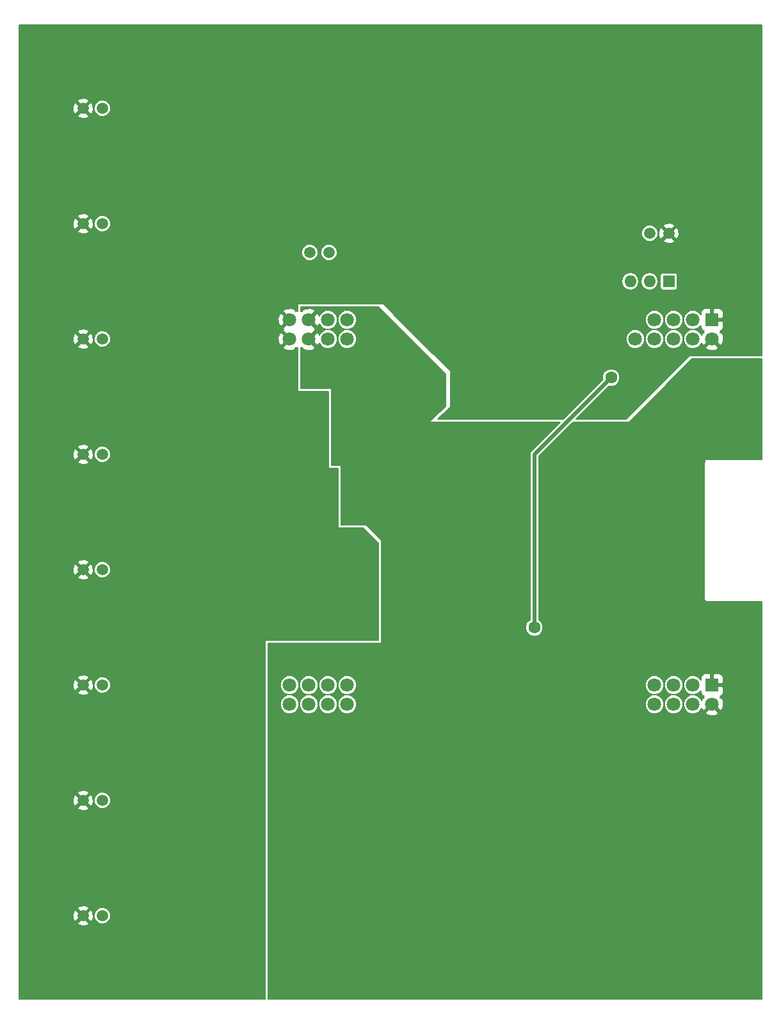
<source format=gbl>
G04 #@! TF.FileFunction,Copper,L2,Bot,Signal*
%FSLAX46Y46*%
G04 Gerber Fmt 4.6, Leading zero omitted, Abs format (unit mm)*
G04 Created by KiCad (PCBNEW (2015-07-24 BZR 5989, Git 9b9c794)-product) date 27/07/2015 21:02:08*
%MOMM*%
G01*
G04 APERTURE LIST*
%ADD10C,0.100000*%
%ADD11R,1.800000X1.800000*%
%ADD12C,1.800000*%
%ADD13C,1.501140*%
%ADD14R,1.600000X1.600000*%
%ADD15O,1.600000X1.600000*%
%ADD16C,1.600000*%
%ADD17C,0.508000*%
%ADD18C,1.270000*%
%ADD19C,0.177800*%
G04 APERTURE END LIST*
D10*
D11*
X130175000Y-55880000D03*
D12*
X130175000Y-58420000D03*
X127635000Y-55880000D03*
X127635000Y-58420000D03*
X125095000Y-55880000D03*
X125095000Y-58420000D03*
X122555000Y-55880000D03*
X122555000Y-58420000D03*
X120015000Y-58420000D03*
X81915000Y-55880000D03*
X81915000Y-58420000D03*
X79375000Y-55880000D03*
X79375000Y-58420000D03*
X76835000Y-55880000D03*
X76835000Y-58420000D03*
X74295000Y-55880000D03*
X74295000Y-58420000D03*
D11*
X130175000Y-104140000D03*
D12*
X130175000Y-106680000D03*
X127635000Y-104140000D03*
X127635000Y-106680000D03*
X125095000Y-104140000D03*
X125095000Y-106680000D03*
X122555000Y-104140000D03*
X122555000Y-106680000D03*
X81915000Y-104140000D03*
X81915000Y-106680000D03*
X79375000Y-104140000D03*
X79375000Y-106680000D03*
X76835000Y-104140000D03*
X76835000Y-106680000D03*
X74295000Y-104140000D03*
X74295000Y-106680000D03*
D13*
X124460000Y-44450000D03*
X121920000Y-44450000D03*
X76962000Y-46990000D03*
X79502000Y-46990000D03*
D14*
X124460000Y-50800000D03*
D15*
X121920000Y-50800000D03*
X119380000Y-50800000D03*
D13*
X46990000Y-134620000D03*
X49530000Y-134620000D03*
X46990000Y-119380000D03*
X49530000Y-119380000D03*
X46990000Y-104140000D03*
X49530000Y-104140000D03*
X46990000Y-88900000D03*
X49530000Y-88900000D03*
X46990000Y-73660000D03*
X49530000Y-73660000D03*
X46990000Y-58420000D03*
X49530000Y-58420000D03*
X46990000Y-43180000D03*
X49530000Y-43180000D03*
X46990000Y-27940000D03*
X49530000Y-27940000D03*
D16*
X106680000Y-96520000D03*
X116840000Y-63500000D03*
X80772000Y-61976000D03*
X91440000Y-72644000D03*
D17*
X116840000Y-63500000D02*
X106680000Y-73660000D01*
X106680000Y-73660000D02*
X106680000Y-96520000D01*
D18*
X91440000Y-72644000D02*
X80772000Y-61976000D01*
D19*
G36*
X136717100Y-60617100D02*
X127254000Y-60617100D01*
X127219979Y-60623867D01*
X127191138Y-60643138D01*
X118835175Y-68999100D01*
X112185044Y-68999100D01*
X116562047Y-64622097D01*
X116611666Y-64642701D01*
X117066340Y-64643098D01*
X117486555Y-64469469D01*
X117808339Y-64148246D01*
X117982701Y-63728334D01*
X117983098Y-63273660D01*
X117809469Y-62853445D01*
X117488246Y-62531661D01*
X117068334Y-62357299D01*
X116613660Y-62356902D01*
X116193445Y-62530531D01*
X115871661Y-62851754D01*
X115697299Y-63271666D01*
X115696902Y-63726340D01*
X115718133Y-63777723D01*
X110496756Y-68999100D01*
X93940624Y-68999100D01*
X95566862Y-67372862D01*
X95586133Y-67344021D01*
X95586133Y-67344020D01*
X95592900Y-67310000D01*
X95592900Y-62738000D01*
X95592901Y-62738000D01*
X95586134Y-62703980D01*
X95586133Y-62703979D01*
X95579739Y-62694409D01*
X95566862Y-62675139D01*
X95566862Y-62675138D01*
X95566858Y-62675135D01*
X91557867Y-58666143D01*
X118771885Y-58666143D01*
X118960706Y-59123127D01*
X119310034Y-59473065D01*
X119766687Y-59662684D01*
X120261143Y-59663115D01*
X120718127Y-59474294D01*
X121068065Y-59124966D01*
X121257684Y-58668313D01*
X121257685Y-58666143D01*
X121311885Y-58666143D01*
X121500706Y-59123127D01*
X121850034Y-59473065D01*
X122306687Y-59662684D01*
X122801143Y-59663115D01*
X123258127Y-59474294D01*
X123608065Y-59124966D01*
X123797684Y-58668313D01*
X123797685Y-58666143D01*
X123851885Y-58666143D01*
X124040706Y-59123127D01*
X124390034Y-59473065D01*
X124846687Y-59662684D01*
X125341143Y-59663115D01*
X125798127Y-59474294D01*
X126148065Y-59124966D01*
X126337684Y-58668313D01*
X126338115Y-58173857D01*
X126149294Y-57716873D01*
X125799966Y-57366935D01*
X125343313Y-57177316D01*
X124848857Y-57176885D01*
X124391873Y-57365706D01*
X124041935Y-57715034D01*
X123852316Y-58171687D01*
X123851885Y-58666143D01*
X123797685Y-58666143D01*
X123798115Y-58173857D01*
X123609294Y-57716873D01*
X123259966Y-57366935D01*
X122803313Y-57177316D01*
X122308857Y-57176885D01*
X121851873Y-57365706D01*
X121501935Y-57715034D01*
X121312316Y-58171687D01*
X121311885Y-58666143D01*
X121257685Y-58666143D01*
X121258115Y-58173857D01*
X121069294Y-57716873D01*
X120719966Y-57366935D01*
X120263313Y-57177316D01*
X119768857Y-57176885D01*
X119311873Y-57365706D01*
X118961935Y-57715034D01*
X118772316Y-58171687D01*
X118771885Y-58666143D01*
X91557867Y-58666143D01*
X89017867Y-56126143D01*
X121311885Y-56126143D01*
X121500706Y-56583127D01*
X121850034Y-56933065D01*
X122306687Y-57122684D01*
X122801143Y-57123115D01*
X123258127Y-56934294D01*
X123608065Y-56584966D01*
X123797684Y-56128313D01*
X123797685Y-56126143D01*
X123851885Y-56126143D01*
X124040706Y-56583127D01*
X124390034Y-56933065D01*
X124846687Y-57122684D01*
X125341143Y-57123115D01*
X125798127Y-56934294D01*
X126148065Y-56584966D01*
X126337684Y-56128313D01*
X126337685Y-56126143D01*
X126391885Y-56126143D01*
X126580706Y-56583127D01*
X126930034Y-56933065D01*
X127386687Y-57122684D01*
X127881143Y-57123115D01*
X128338127Y-56934294D01*
X128678100Y-56594914D01*
X128678100Y-56898731D01*
X128768972Y-57118117D01*
X128936883Y-57286027D01*
X129089720Y-57349334D01*
X128980282Y-57458772D01*
X129091591Y-57570081D01*
X128850459Y-57661740D01*
X128768048Y-57907473D01*
X128689294Y-57716873D01*
X128339966Y-57366935D01*
X127883313Y-57177316D01*
X127388857Y-57176885D01*
X126931873Y-57365706D01*
X126581935Y-57715034D01*
X126392316Y-58171687D01*
X126391885Y-58666143D01*
X126580706Y-59123127D01*
X126930034Y-59473065D01*
X127386687Y-59662684D01*
X127881143Y-59663115D01*
X128267670Y-59503406D01*
X129325080Y-59503406D01*
X129416740Y-59744541D01*
X129981339Y-59933890D01*
X130575421Y-59892763D01*
X130933260Y-59744541D01*
X131024920Y-59503406D01*
X130175000Y-58653487D01*
X129325080Y-59503406D01*
X128267670Y-59503406D01*
X128338127Y-59474294D01*
X128688065Y-59124966D01*
X128758311Y-58955795D01*
X128850459Y-59178260D01*
X129091594Y-59269920D01*
X129941513Y-58420000D01*
X129927371Y-58405858D01*
X130160858Y-58172371D01*
X130175000Y-58186513D01*
X130189142Y-58172371D01*
X130422629Y-58405858D01*
X130408487Y-58420000D01*
X131258406Y-59269920D01*
X131499541Y-59178260D01*
X131688890Y-58613661D01*
X131647763Y-58019579D01*
X131499541Y-57661740D01*
X131258409Y-57570081D01*
X131369718Y-57458772D01*
X131260280Y-57349334D01*
X131413117Y-57286027D01*
X131581028Y-57118117D01*
X131671900Y-56898731D01*
X131671900Y-56194325D01*
X131522675Y-56045100D01*
X130340100Y-56045100D01*
X130340100Y-56065100D01*
X130009900Y-56065100D01*
X130009900Y-56045100D01*
X129989900Y-56045100D01*
X129989900Y-55714900D01*
X130009900Y-55714900D01*
X130009900Y-54532325D01*
X130340100Y-54532325D01*
X130340100Y-55714900D01*
X131522675Y-55714900D01*
X131671900Y-55565675D01*
X131671900Y-54861269D01*
X131581028Y-54641883D01*
X131413117Y-54473973D01*
X131193731Y-54383100D01*
X130489325Y-54383100D01*
X130340100Y-54532325D01*
X130009900Y-54532325D01*
X130009900Y-54532325D01*
X129860675Y-54383100D01*
X129156269Y-54383100D01*
X128936883Y-54473973D01*
X128768972Y-54641883D01*
X128678100Y-54861269D01*
X128678100Y-55165659D01*
X128339966Y-54826935D01*
X127883313Y-54637316D01*
X127388857Y-54636885D01*
X126931873Y-54825706D01*
X126581935Y-55175034D01*
X126392316Y-55631687D01*
X126391885Y-56126143D01*
X126337685Y-56126143D01*
X126338115Y-55633857D01*
X126149294Y-55176873D01*
X125799966Y-54826935D01*
X125343313Y-54637316D01*
X124848857Y-54636885D01*
X124391873Y-54825706D01*
X124041935Y-55175034D01*
X123852316Y-55631687D01*
X123851885Y-56126143D01*
X123797685Y-56126143D01*
X123798115Y-55633857D01*
X123609294Y-55176873D01*
X123259966Y-54826935D01*
X122803313Y-54637316D01*
X122308857Y-54636885D01*
X121851873Y-54825706D01*
X121501935Y-55175034D01*
X121312316Y-55631687D01*
X121311885Y-56126143D01*
X89017867Y-56126143D01*
X86676862Y-53785138D01*
X86648021Y-53765867D01*
X86614000Y-53759100D01*
X75438000Y-53759100D01*
X75403979Y-53765867D01*
X75375138Y-53785138D01*
X75355867Y-53813979D01*
X75349100Y-53848000D01*
X75349100Y-54778154D01*
X75256228Y-54685282D01*
X75144919Y-54796591D01*
X75053260Y-54555459D01*
X74488661Y-54366110D01*
X73894579Y-54407237D01*
X73536740Y-54555459D01*
X73445080Y-54796594D01*
X74295000Y-55646513D01*
X74309142Y-55632371D01*
X74542629Y-55865858D01*
X74528487Y-55880000D01*
X74542629Y-55894142D01*
X74309142Y-56127629D01*
X74295000Y-56113487D01*
X73445080Y-56963406D01*
X73516008Y-57150000D01*
X73445080Y-57336594D01*
X74295000Y-58186513D01*
X74309142Y-58172371D01*
X74542629Y-58405858D01*
X74528487Y-58420000D01*
X74542629Y-58434142D01*
X74309142Y-58667629D01*
X74295000Y-58653487D01*
X73445080Y-59503406D01*
X73536740Y-59744541D01*
X74101339Y-59933890D01*
X74695421Y-59892763D01*
X75053260Y-59744541D01*
X75144919Y-59503409D01*
X75256228Y-59614718D01*
X75349100Y-59521846D01*
X75349100Y-65278000D01*
X75355867Y-65312021D01*
X75375138Y-65340862D01*
X75403979Y-65360133D01*
X75438000Y-65366900D01*
X79413100Y-65366900D01*
X79413100Y-75438000D01*
X79419867Y-75472021D01*
X79439138Y-75500862D01*
X79467979Y-75520133D01*
X79502000Y-75526900D01*
X80683100Y-75526900D01*
X80683100Y-83312000D01*
X80689867Y-83346021D01*
X80709138Y-83374862D01*
X80737979Y-83394133D01*
X80772000Y-83400900D01*
X84037176Y-83400900D01*
X86017100Y-85380824D01*
X86017100Y-98209100D01*
X71120000Y-98209100D01*
X71085979Y-98215867D01*
X71057138Y-98235138D01*
X71037867Y-98263979D01*
X71031100Y-98298000D01*
X71031100Y-145607100D01*
X38542900Y-145607100D01*
X38542900Y-135594791D01*
X46248695Y-135594791D01*
X46321881Y-135820471D01*
X46832139Y-135984769D01*
X47366430Y-135941293D01*
X47658119Y-135820471D01*
X47731305Y-135594791D01*
X46990000Y-134853487D01*
X46248695Y-135594791D01*
X38542900Y-135594791D01*
X38542900Y-134462139D01*
X45625231Y-134462139D01*
X45668707Y-134996430D01*
X45789529Y-135288119D01*
X46015209Y-135361305D01*
X46756513Y-134620000D01*
X47223487Y-134620000D01*
X47964791Y-135361305D01*
X48190471Y-135288119D01*
X48335871Y-134836550D01*
X48436341Y-134836550D01*
X48602461Y-135238592D01*
X48909790Y-135546458D01*
X49311541Y-135713279D01*
X49746550Y-135713659D01*
X50148592Y-135547539D01*
X50456458Y-135240210D01*
X50623279Y-134838459D01*
X50623659Y-134403450D01*
X50457539Y-134001408D01*
X50150210Y-133693542D01*
X49748459Y-133526721D01*
X49313450Y-133526341D01*
X48911408Y-133692461D01*
X48603542Y-133999790D01*
X48436721Y-134401541D01*
X48436341Y-134836550D01*
X48335871Y-134836550D01*
X48354769Y-134777861D01*
X48311293Y-134243570D01*
X48190471Y-133951881D01*
X47964791Y-133878695D01*
X47223487Y-134620000D01*
X46756513Y-134620000D01*
X46756513Y-134620000D01*
X46015209Y-133878695D01*
X45789529Y-133951881D01*
X45625231Y-134462139D01*
X38542900Y-134462139D01*
X38542900Y-133645209D01*
X46248695Y-133645209D01*
X46990000Y-134386513D01*
X47731305Y-133645209D01*
X47658119Y-133419529D01*
X47147861Y-133255231D01*
X46613570Y-133298707D01*
X46321881Y-133419529D01*
X46248695Y-133645209D01*
X38542900Y-133645209D01*
X38542900Y-120354791D01*
X46248695Y-120354791D01*
X46321881Y-120580471D01*
X46832139Y-120744769D01*
X47366430Y-120701293D01*
X47658119Y-120580471D01*
X47731305Y-120354791D01*
X46990000Y-119613487D01*
X46248695Y-120354791D01*
X38542900Y-120354791D01*
X38542900Y-119222139D01*
X45625231Y-119222139D01*
X45668707Y-119756430D01*
X45789529Y-120048119D01*
X46015209Y-120121305D01*
X46756513Y-119380000D01*
X47223487Y-119380000D01*
X47964791Y-120121305D01*
X48190471Y-120048119D01*
X48335871Y-119596550D01*
X48436341Y-119596550D01*
X48602461Y-119998592D01*
X48909790Y-120306458D01*
X49311541Y-120473279D01*
X49746550Y-120473659D01*
X50148592Y-120307539D01*
X50456458Y-120000210D01*
X50623279Y-119598459D01*
X50623659Y-119163450D01*
X50457539Y-118761408D01*
X50150210Y-118453542D01*
X49748459Y-118286721D01*
X49313450Y-118286341D01*
X48911408Y-118452461D01*
X48603542Y-118759790D01*
X48436721Y-119161541D01*
X48436341Y-119596550D01*
X48335871Y-119596550D01*
X48354769Y-119537861D01*
X48311293Y-119003570D01*
X48190471Y-118711881D01*
X47964791Y-118638695D01*
X47223487Y-119380000D01*
X46756513Y-119380000D01*
X46756513Y-119380000D01*
X46015209Y-118638695D01*
X45789529Y-118711881D01*
X45625231Y-119222139D01*
X38542900Y-119222139D01*
X38542900Y-118405209D01*
X46248695Y-118405209D01*
X46990000Y-119146513D01*
X47731305Y-118405209D01*
X47658119Y-118179529D01*
X47147861Y-118015231D01*
X46613570Y-118058707D01*
X46321881Y-118179529D01*
X46248695Y-118405209D01*
X38542900Y-118405209D01*
X38542900Y-105114791D01*
X46248695Y-105114791D01*
X46321881Y-105340471D01*
X46832139Y-105504769D01*
X47366430Y-105461293D01*
X47658119Y-105340471D01*
X47731305Y-105114791D01*
X46990000Y-104373487D01*
X46248695Y-105114791D01*
X38542900Y-105114791D01*
X38542900Y-103982139D01*
X45625231Y-103982139D01*
X45668707Y-104516430D01*
X45789529Y-104808119D01*
X46015209Y-104881305D01*
X46756513Y-104140000D01*
X47223487Y-104140000D01*
X47964791Y-104881305D01*
X48190471Y-104808119D01*
X48335871Y-104356550D01*
X48436341Y-104356550D01*
X48602461Y-104758592D01*
X48909790Y-105066458D01*
X49311541Y-105233279D01*
X49746550Y-105233659D01*
X50148592Y-105067539D01*
X50456458Y-104760210D01*
X50623279Y-104358459D01*
X50623659Y-103923450D01*
X50457539Y-103521408D01*
X50150210Y-103213542D01*
X49748459Y-103046721D01*
X49313450Y-103046341D01*
X48911408Y-103212461D01*
X48603542Y-103519790D01*
X48436721Y-103921541D01*
X48436341Y-104356550D01*
X48335871Y-104356550D01*
X48354769Y-104297861D01*
X48311293Y-103763570D01*
X48190471Y-103471881D01*
X47964791Y-103398695D01*
X47223487Y-104140000D01*
X46756513Y-104140000D01*
X46756513Y-104140000D01*
X46015209Y-103398695D01*
X45789529Y-103471881D01*
X45625231Y-103982139D01*
X38542900Y-103982139D01*
X38542900Y-103165209D01*
X46248695Y-103165209D01*
X46990000Y-103906513D01*
X47731305Y-103165209D01*
X47658119Y-102939529D01*
X47147861Y-102775231D01*
X46613570Y-102818707D01*
X46321881Y-102939529D01*
X46248695Y-103165209D01*
X38542900Y-103165209D01*
X38542900Y-89874791D01*
X46248695Y-89874791D01*
X46321881Y-90100471D01*
X46832139Y-90264769D01*
X47366430Y-90221293D01*
X47658119Y-90100471D01*
X47731305Y-89874791D01*
X46990000Y-89133487D01*
X46248695Y-89874791D01*
X38542900Y-89874791D01*
X38542900Y-88742139D01*
X45625231Y-88742139D01*
X45668707Y-89276430D01*
X45789529Y-89568119D01*
X46015209Y-89641305D01*
X46756513Y-88900000D01*
X47223487Y-88900000D01*
X47964791Y-89641305D01*
X48190471Y-89568119D01*
X48335871Y-89116550D01*
X48436341Y-89116550D01*
X48602461Y-89518592D01*
X48909790Y-89826458D01*
X49311541Y-89993279D01*
X49746550Y-89993659D01*
X50148592Y-89827539D01*
X50456458Y-89520210D01*
X50623279Y-89118459D01*
X50623659Y-88683450D01*
X50457539Y-88281408D01*
X50150210Y-87973542D01*
X49748459Y-87806721D01*
X49313450Y-87806341D01*
X48911408Y-87972461D01*
X48603542Y-88279790D01*
X48436721Y-88681541D01*
X48436341Y-89116550D01*
X48335871Y-89116550D01*
X48354769Y-89057861D01*
X48311293Y-88523570D01*
X48190471Y-88231881D01*
X47964791Y-88158695D01*
X47223487Y-88900000D01*
X46756513Y-88900000D01*
X46756513Y-88900000D01*
X46015209Y-88158695D01*
X45789529Y-88231881D01*
X45625231Y-88742139D01*
X38542900Y-88742139D01*
X38542900Y-87925209D01*
X46248695Y-87925209D01*
X46990000Y-88666513D01*
X47731305Y-87925209D01*
X47658119Y-87699529D01*
X47147861Y-87535231D01*
X46613570Y-87578707D01*
X46321881Y-87699529D01*
X46248695Y-87925209D01*
X38542900Y-87925209D01*
X38542900Y-74634791D01*
X46248695Y-74634791D01*
X46321881Y-74860471D01*
X46832139Y-75024769D01*
X47366430Y-74981293D01*
X47658119Y-74860471D01*
X47731305Y-74634791D01*
X46990000Y-73893487D01*
X46248695Y-74634791D01*
X38542900Y-74634791D01*
X38542900Y-73502139D01*
X45625231Y-73502139D01*
X45668707Y-74036430D01*
X45789529Y-74328119D01*
X46015209Y-74401305D01*
X46756513Y-73660000D01*
X47223487Y-73660000D01*
X47964791Y-74401305D01*
X48190471Y-74328119D01*
X48335871Y-73876550D01*
X48436341Y-73876550D01*
X48602461Y-74278592D01*
X48909790Y-74586458D01*
X49311541Y-74753279D01*
X49746550Y-74753659D01*
X50148592Y-74587539D01*
X50456458Y-74280210D01*
X50623279Y-73878459D01*
X50623659Y-73443450D01*
X50457539Y-73041408D01*
X50150210Y-72733542D01*
X49748459Y-72566721D01*
X49313450Y-72566341D01*
X48911408Y-72732461D01*
X48603542Y-73039790D01*
X48436721Y-73441541D01*
X48436341Y-73876550D01*
X48335871Y-73876550D01*
X48354769Y-73817861D01*
X48311293Y-73283570D01*
X48190471Y-72991881D01*
X47964791Y-72918695D01*
X47223487Y-73660000D01*
X46756513Y-73660000D01*
X46756513Y-73660000D01*
X46015209Y-72918695D01*
X45789529Y-72991881D01*
X45625231Y-73502139D01*
X38542900Y-73502139D01*
X38542900Y-72685209D01*
X46248695Y-72685209D01*
X46990000Y-73426513D01*
X47731305Y-72685209D01*
X47658119Y-72459529D01*
X47147861Y-72295231D01*
X46613570Y-72338707D01*
X46321881Y-72459529D01*
X46248695Y-72685209D01*
X38542900Y-72685209D01*
X38542900Y-59394791D01*
X46248695Y-59394791D01*
X46321881Y-59620471D01*
X46832139Y-59784769D01*
X47366430Y-59741293D01*
X47658119Y-59620471D01*
X47731305Y-59394791D01*
X46990000Y-58653487D01*
X46248695Y-59394791D01*
X38542900Y-59394791D01*
X38542900Y-58262139D01*
X45625231Y-58262139D01*
X45668707Y-58796430D01*
X45789529Y-59088119D01*
X46015209Y-59161305D01*
X46756513Y-58420000D01*
X47223487Y-58420000D01*
X47964791Y-59161305D01*
X48190471Y-59088119D01*
X48335871Y-58636550D01*
X48436341Y-58636550D01*
X48602461Y-59038592D01*
X48909790Y-59346458D01*
X49311541Y-59513279D01*
X49746550Y-59513659D01*
X50148592Y-59347539D01*
X50456458Y-59040210D01*
X50623279Y-58638459D01*
X50623639Y-58226339D01*
X72781110Y-58226339D01*
X72822237Y-58820421D01*
X72970459Y-59178260D01*
X73211594Y-59269920D01*
X74061513Y-58420000D01*
X73211594Y-57570080D01*
X72970459Y-57661740D01*
X72781110Y-58226339D01*
X50623639Y-58226339D01*
X50623659Y-58203450D01*
X50457539Y-57801408D01*
X50150210Y-57493542D01*
X49748459Y-57326721D01*
X49313450Y-57326341D01*
X48911408Y-57492461D01*
X48603542Y-57799790D01*
X48436721Y-58201541D01*
X48436341Y-58636550D01*
X48335871Y-58636550D01*
X48354769Y-58577861D01*
X48311293Y-58043570D01*
X48190471Y-57751881D01*
X47964791Y-57678695D01*
X47223487Y-58420000D01*
X46756513Y-58420000D01*
X46756513Y-58420000D01*
X46015209Y-57678695D01*
X45789529Y-57751881D01*
X45625231Y-58262139D01*
X38542900Y-58262139D01*
X38542900Y-57445209D01*
X46248695Y-57445209D01*
X46990000Y-58186513D01*
X47731305Y-57445209D01*
X47658119Y-57219529D01*
X47147861Y-57055231D01*
X46613570Y-57098707D01*
X46321881Y-57219529D01*
X46248695Y-57445209D01*
X38542900Y-57445209D01*
X38542900Y-55686339D01*
X72781110Y-55686339D01*
X72822237Y-56280421D01*
X72970459Y-56638260D01*
X73211594Y-56729920D01*
X74061513Y-55880000D01*
X73211594Y-55030080D01*
X72970459Y-55121740D01*
X72781110Y-55686339D01*
X38542900Y-55686339D01*
X38542900Y-50777609D01*
X118237100Y-50777609D01*
X118237100Y-50822391D01*
X118324098Y-51259760D01*
X118571848Y-51630543D01*
X118942631Y-51878293D01*
X119380000Y-51965291D01*
X119817369Y-51878293D01*
X120188152Y-51630543D01*
X120435902Y-51259760D01*
X120522900Y-50822391D01*
X120522900Y-50777609D01*
X120777100Y-50777609D01*
X120777100Y-50822391D01*
X120864098Y-51259760D01*
X121111848Y-51630543D01*
X121482631Y-51878293D01*
X121920000Y-51965291D01*
X122357369Y-51878293D01*
X122728152Y-51630543D01*
X122975902Y-51259760D01*
X123062900Y-50822391D01*
X123062900Y-50777609D01*
X122975902Y-50340240D01*
X122748561Y-50000000D01*
X123310382Y-50000000D01*
X123310382Y-51600000D01*
X123335750Y-51730747D01*
X123411236Y-51845661D01*
X123525194Y-51922583D01*
X123660000Y-51949618D01*
X125260000Y-51949618D01*
X125390747Y-51924250D01*
X125505661Y-51848764D01*
X125582583Y-51734806D01*
X125609618Y-51600000D01*
X125609618Y-50000000D01*
X125584250Y-49869253D01*
X125508764Y-49754339D01*
X125394806Y-49677417D01*
X125260000Y-49650382D01*
X123660000Y-49650382D01*
X123529253Y-49675750D01*
X123414339Y-49751236D01*
X123337417Y-49865194D01*
X123310382Y-50000000D01*
X122748561Y-50000000D01*
X122728152Y-49969457D01*
X122357369Y-49721707D01*
X121920000Y-49634709D01*
X121482631Y-49721707D01*
X121111848Y-49969457D01*
X120864098Y-50340240D01*
X120777100Y-50777609D01*
X120522900Y-50777609D01*
X120522900Y-50777609D01*
X120435902Y-50340240D01*
X120188152Y-49969457D01*
X119817369Y-49721707D01*
X119380000Y-49634709D01*
X118942631Y-49721707D01*
X118571848Y-49969457D01*
X118324098Y-50340240D01*
X118237100Y-50777609D01*
X38542900Y-50777609D01*
X38542900Y-47206550D01*
X75868341Y-47206550D01*
X76034461Y-47608592D01*
X76341790Y-47916458D01*
X76743541Y-48083279D01*
X77178550Y-48083659D01*
X77580592Y-47917539D01*
X77888458Y-47610210D01*
X78055279Y-47208459D01*
X78055280Y-47206550D01*
X78408341Y-47206550D01*
X78574461Y-47608592D01*
X78881790Y-47916458D01*
X79283541Y-48083279D01*
X79718550Y-48083659D01*
X80120592Y-47917539D01*
X80428458Y-47610210D01*
X80595279Y-47208459D01*
X80595659Y-46773450D01*
X80429539Y-46371408D01*
X80122210Y-46063542D01*
X79720459Y-45896721D01*
X79285450Y-45896341D01*
X78883408Y-46062461D01*
X78575542Y-46369790D01*
X78408721Y-46771541D01*
X78408341Y-47206550D01*
X78055280Y-47206550D01*
X78055659Y-46773450D01*
X77889539Y-46371408D01*
X77582210Y-46063542D01*
X77180459Y-45896721D01*
X76745450Y-45896341D01*
X76343408Y-46062461D01*
X76035542Y-46369790D01*
X75868721Y-46771541D01*
X75868341Y-47206550D01*
X38542900Y-47206550D01*
X38542900Y-44666550D01*
X120826341Y-44666550D01*
X120992461Y-45068592D01*
X121299790Y-45376458D01*
X121701541Y-45543279D01*
X122136550Y-45543659D01*
X122424233Y-45424791D01*
X123718695Y-45424791D01*
X123791881Y-45650471D01*
X124302139Y-45814769D01*
X124836430Y-45771293D01*
X125128119Y-45650471D01*
X125201305Y-45424791D01*
X124460000Y-44683487D01*
X123718695Y-45424791D01*
X122424233Y-45424791D01*
X122538592Y-45377539D01*
X122846458Y-45070210D01*
X123013279Y-44668459D01*
X123013607Y-44292139D01*
X123095231Y-44292139D01*
X123138707Y-44826430D01*
X123259529Y-45118119D01*
X123485209Y-45191305D01*
X124226513Y-44450000D01*
X124693487Y-44450000D01*
X125434791Y-45191305D01*
X125660471Y-45118119D01*
X125824769Y-44607861D01*
X125781293Y-44073570D01*
X125660471Y-43781881D01*
X125434791Y-43708695D01*
X124693487Y-44450000D01*
X124226513Y-44450000D01*
X124226513Y-44450000D01*
X123485209Y-43708695D01*
X123259529Y-43781881D01*
X123095231Y-44292139D01*
X123013607Y-44292139D01*
X123013659Y-44233450D01*
X122847539Y-43831408D01*
X122540210Y-43523542D01*
X122423811Y-43475209D01*
X123718695Y-43475209D01*
X124460000Y-44216513D01*
X125201305Y-43475209D01*
X125128119Y-43249529D01*
X124617861Y-43085231D01*
X124083570Y-43128707D01*
X123791881Y-43249529D01*
X123718695Y-43475209D01*
X122423811Y-43475209D01*
X122138459Y-43356721D01*
X121703450Y-43356341D01*
X121301408Y-43522461D01*
X120993542Y-43829790D01*
X120826721Y-44231541D01*
X120826341Y-44666550D01*
X38542900Y-44666550D01*
X38542900Y-44154791D01*
X46248695Y-44154791D01*
X46321881Y-44380471D01*
X46832139Y-44544769D01*
X47366430Y-44501293D01*
X47658119Y-44380471D01*
X47731305Y-44154791D01*
X46990000Y-43413487D01*
X46248695Y-44154791D01*
X38542900Y-44154791D01*
X38542900Y-43022139D01*
X45625231Y-43022139D01*
X45668707Y-43556430D01*
X45789529Y-43848119D01*
X46015209Y-43921305D01*
X46756513Y-43180000D01*
X47223487Y-43180000D01*
X47964791Y-43921305D01*
X48190471Y-43848119D01*
X48335871Y-43396550D01*
X48436341Y-43396550D01*
X48602461Y-43798592D01*
X48909790Y-44106458D01*
X49311541Y-44273279D01*
X49746550Y-44273659D01*
X50148592Y-44107539D01*
X50456458Y-43800210D01*
X50623279Y-43398459D01*
X50623659Y-42963450D01*
X50457539Y-42561408D01*
X50150210Y-42253542D01*
X49748459Y-42086721D01*
X49313450Y-42086341D01*
X48911408Y-42252461D01*
X48603542Y-42559790D01*
X48436721Y-42961541D01*
X48436341Y-43396550D01*
X48335871Y-43396550D01*
X48354769Y-43337861D01*
X48311293Y-42803570D01*
X48190471Y-42511881D01*
X47964791Y-42438695D01*
X47223487Y-43180000D01*
X46756513Y-43180000D01*
X46756513Y-43180000D01*
X46015209Y-42438695D01*
X45789529Y-42511881D01*
X45625231Y-43022139D01*
X38542900Y-43022139D01*
X38542900Y-42205209D01*
X46248695Y-42205209D01*
X46990000Y-42946513D01*
X47731305Y-42205209D01*
X47658119Y-41979529D01*
X47147861Y-41815231D01*
X46613570Y-41858707D01*
X46321881Y-41979529D01*
X46248695Y-42205209D01*
X38542900Y-42205209D01*
X38542900Y-28914791D01*
X46248695Y-28914791D01*
X46321881Y-29140471D01*
X46832139Y-29304769D01*
X47366430Y-29261293D01*
X47658119Y-29140471D01*
X47731305Y-28914791D01*
X46990000Y-28173487D01*
X46248695Y-28914791D01*
X38542900Y-28914791D01*
X38542900Y-27782139D01*
X45625231Y-27782139D01*
X45668707Y-28316430D01*
X45789529Y-28608119D01*
X46015209Y-28681305D01*
X46756513Y-27940000D01*
X47223487Y-27940000D01*
X47964791Y-28681305D01*
X48190471Y-28608119D01*
X48335871Y-28156550D01*
X48436341Y-28156550D01*
X48602461Y-28558592D01*
X48909790Y-28866458D01*
X49311541Y-29033279D01*
X49746550Y-29033659D01*
X50148592Y-28867539D01*
X50456458Y-28560210D01*
X50623279Y-28158459D01*
X50623659Y-27723450D01*
X50457539Y-27321408D01*
X50150210Y-27013542D01*
X49748459Y-26846721D01*
X49313450Y-26846341D01*
X48911408Y-27012461D01*
X48603542Y-27319790D01*
X48436721Y-27721541D01*
X48436341Y-28156550D01*
X48335871Y-28156550D01*
X48354769Y-28097861D01*
X48311293Y-27563570D01*
X48190471Y-27271881D01*
X47964791Y-27198695D01*
X47223487Y-27940000D01*
X46756513Y-27940000D01*
X46756513Y-27940000D01*
X46015209Y-27198695D01*
X45789529Y-27271881D01*
X45625231Y-27782139D01*
X38542900Y-27782139D01*
X38542900Y-26965209D01*
X46248695Y-26965209D01*
X46990000Y-27706513D01*
X47731305Y-26965209D01*
X47658119Y-26739529D01*
X47147861Y-26575231D01*
X46613570Y-26618707D01*
X46321881Y-26739529D01*
X46248695Y-26965209D01*
X38542900Y-26965209D01*
X38542900Y-16952900D01*
X136717100Y-16952900D01*
X136717100Y-60617100D01*
X136717100Y-60617100D01*
G37*
X136717100Y-60617100D02*
X127254000Y-60617100D01*
X127219979Y-60623867D01*
X127191138Y-60643138D01*
X118835175Y-68999100D01*
X112185044Y-68999100D01*
X116562047Y-64622097D01*
X116611666Y-64642701D01*
X117066340Y-64643098D01*
X117486555Y-64469469D01*
X117808339Y-64148246D01*
X117982701Y-63728334D01*
X117983098Y-63273660D01*
X117809469Y-62853445D01*
X117488246Y-62531661D01*
X117068334Y-62357299D01*
X116613660Y-62356902D01*
X116193445Y-62530531D01*
X115871661Y-62851754D01*
X115697299Y-63271666D01*
X115696902Y-63726340D01*
X115718133Y-63777723D01*
X110496756Y-68999100D01*
X93940624Y-68999100D01*
X95566862Y-67372862D01*
X95586133Y-67344021D01*
X95586133Y-67344020D01*
X95592900Y-67310000D01*
X95592900Y-62738000D01*
X95592901Y-62738000D01*
X95586134Y-62703980D01*
X95586133Y-62703979D01*
X95579739Y-62694409D01*
X95566862Y-62675139D01*
X95566862Y-62675138D01*
X95566858Y-62675135D01*
X91557867Y-58666143D01*
X118771885Y-58666143D01*
X118960706Y-59123127D01*
X119310034Y-59473065D01*
X119766687Y-59662684D01*
X120261143Y-59663115D01*
X120718127Y-59474294D01*
X121068065Y-59124966D01*
X121257684Y-58668313D01*
X121257685Y-58666143D01*
X121311885Y-58666143D01*
X121500706Y-59123127D01*
X121850034Y-59473065D01*
X122306687Y-59662684D01*
X122801143Y-59663115D01*
X123258127Y-59474294D01*
X123608065Y-59124966D01*
X123797684Y-58668313D01*
X123797685Y-58666143D01*
X123851885Y-58666143D01*
X124040706Y-59123127D01*
X124390034Y-59473065D01*
X124846687Y-59662684D01*
X125341143Y-59663115D01*
X125798127Y-59474294D01*
X126148065Y-59124966D01*
X126337684Y-58668313D01*
X126338115Y-58173857D01*
X126149294Y-57716873D01*
X125799966Y-57366935D01*
X125343313Y-57177316D01*
X124848857Y-57176885D01*
X124391873Y-57365706D01*
X124041935Y-57715034D01*
X123852316Y-58171687D01*
X123851885Y-58666143D01*
X123797685Y-58666143D01*
X123798115Y-58173857D01*
X123609294Y-57716873D01*
X123259966Y-57366935D01*
X122803313Y-57177316D01*
X122308857Y-57176885D01*
X121851873Y-57365706D01*
X121501935Y-57715034D01*
X121312316Y-58171687D01*
X121311885Y-58666143D01*
X121257685Y-58666143D01*
X121258115Y-58173857D01*
X121069294Y-57716873D01*
X120719966Y-57366935D01*
X120263313Y-57177316D01*
X119768857Y-57176885D01*
X119311873Y-57365706D01*
X118961935Y-57715034D01*
X118772316Y-58171687D01*
X118771885Y-58666143D01*
X91557867Y-58666143D01*
X89017867Y-56126143D01*
X121311885Y-56126143D01*
X121500706Y-56583127D01*
X121850034Y-56933065D01*
X122306687Y-57122684D01*
X122801143Y-57123115D01*
X123258127Y-56934294D01*
X123608065Y-56584966D01*
X123797684Y-56128313D01*
X123797685Y-56126143D01*
X123851885Y-56126143D01*
X124040706Y-56583127D01*
X124390034Y-56933065D01*
X124846687Y-57122684D01*
X125341143Y-57123115D01*
X125798127Y-56934294D01*
X126148065Y-56584966D01*
X126337684Y-56128313D01*
X126337685Y-56126143D01*
X126391885Y-56126143D01*
X126580706Y-56583127D01*
X126930034Y-56933065D01*
X127386687Y-57122684D01*
X127881143Y-57123115D01*
X128338127Y-56934294D01*
X128678100Y-56594914D01*
X128678100Y-56898731D01*
X128768972Y-57118117D01*
X128936883Y-57286027D01*
X129089720Y-57349334D01*
X128980282Y-57458772D01*
X129091591Y-57570081D01*
X128850459Y-57661740D01*
X128768048Y-57907473D01*
X128689294Y-57716873D01*
X128339966Y-57366935D01*
X127883313Y-57177316D01*
X127388857Y-57176885D01*
X126931873Y-57365706D01*
X126581935Y-57715034D01*
X126392316Y-58171687D01*
X126391885Y-58666143D01*
X126580706Y-59123127D01*
X126930034Y-59473065D01*
X127386687Y-59662684D01*
X127881143Y-59663115D01*
X128267670Y-59503406D01*
X129325080Y-59503406D01*
X129416740Y-59744541D01*
X129981339Y-59933890D01*
X130575421Y-59892763D01*
X130933260Y-59744541D01*
X131024920Y-59503406D01*
X130175000Y-58653487D01*
X129325080Y-59503406D01*
X128267670Y-59503406D01*
X128338127Y-59474294D01*
X128688065Y-59124966D01*
X128758311Y-58955795D01*
X128850459Y-59178260D01*
X129091594Y-59269920D01*
X129941513Y-58420000D01*
X129927371Y-58405858D01*
X130160858Y-58172371D01*
X130175000Y-58186513D01*
X130189142Y-58172371D01*
X130422629Y-58405858D01*
X130408487Y-58420000D01*
X131258406Y-59269920D01*
X131499541Y-59178260D01*
X131688890Y-58613661D01*
X131647763Y-58019579D01*
X131499541Y-57661740D01*
X131258409Y-57570081D01*
X131369718Y-57458772D01*
X131260280Y-57349334D01*
X131413117Y-57286027D01*
X131581028Y-57118117D01*
X131671900Y-56898731D01*
X131671900Y-56194325D01*
X131522675Y-56045100D01*
X130340100Y-56045100D01*
X130340100Y-56065100D01*
X130009900Y-56065100D01*
X130009900Y-56045100D01*
X129989900Y-56045100D01*
X129989900Y-55714900D01*
X130009900Y-55714900D01*
X130009900Y-54532325D01*
X130340100Y-54532325D01*
X130340100Y-55714900D01*
X131522675Y-55714900D01*
X131671900Y-55565675D01*
X131671900Y-54861269D01*
X131581028Y-54641883D01*
X131413117Y-54473973D01*
X131193731Y-54383100D01*
X130489325Y-54383100D01*
X130340100Y-54532325D01*
X130009900Y-54532325D01*
X130009900Y-54532325D01*
X129860675Y-54383100D01*
X129156269Y-54383100D01*
X128936883Y-54473973D01*
X128768972Y-54641883D01*
X128678100Y-54861269D01*
X128678100Y-55165659D01*
X128339966Y-54826935D01*
X127883313Y-54637316D01*
X127388857Y-54636885D01*
X126931873Y-54825706D01*
X126581935Y-55175034D01*
X126392316Y-55631687D01*
X126391885Y-56126143D01*
X126337685Y-56126143D01*
X126338115Y-55633857D01*
X126149294Y-55176873D01*
X125799966Y-54826935D01*
X125343313Y-54637316D01*
X124848857Y-54636885D01*
X124391873Y-54825706D01*
X124041935Y-55175034D01*
X123852316Y-55631687D01*
X123851885Y-56126143D01*
X123797685Y-56126143D01*
X123798115Y-55633857D01*
X123609294Y-55176873D01*
X123259966Y-54826935D01*
X122803313Y-54637316D01*
X122308857Y-54636885D01*
X121851873Y-54825706D01*
X121501935Y-55175034D01*
X121312316Y-55631687D01*
X121311885Y-56126143D01*
X89017867Y-56126143D01*
X86676862Y-53785138D01*
X86648021Y-53765867D01*
X86614000Y-53759100D01*
X75438000Y-53759100D01*
X75403979Y-53765867D01*
X75375138Y-53785138D01*
X75355867Y-53813979D01*
X75349100Y-53848000D01*
X75349100Y-54778154D01*
X75256228Y-54685282D01*
X75144919Y-54796591D01*
X75053260Y-54555459D01*
X74488661Y-54366110D01*
X73894579Y-54407237D01*
X73536740Y-54555459D01*
X73445080Y-54796594D01*
X74295000Y-55646513D01*
X74309142Y-55632371D01*
X74542629Y-55865858D01*
X74528487Y-55880000D01*
X74542629Y-55894142D01*
X74309142Y-56127629D01*
X74295000Y-56113487D01*
X73445080Y-56963406D01*
X73516008Y-57150000D01*
X73445080Y-57336594D01*
X74295000Y-58186513D01*
X74309142Y-58172371D01*
X74542629Y-58405858D01*
X74528487Y-58420000D01*
X74542629Y-58434142D01*
X74309142Y-58667629D01*
X74295000Y-58653487D01*
X73445080Y-59503406D01*
X73536740Y-59744541D01*
X74101339Y-59933890D01*
X74695421Y-59892763D01*
X75053260Y-59744541D01*
X75144919Y-59503409D01*
X75256228Y-59614718D01*
X75349100Y-59521846D01*
X75349100Y-65278000D01*
X75355867Y-65312021D01*
X75375138Y-65340862D01*
X75403979Y-65360133D01*
X75438000Y-65366900D01*
X79413100Y-65366900D01*
X79413100Y-75438000D01*
X79419867Y-75472021D01*
X79439138Y-75500862D01*
X79467979Y-75520133D01*
X79502000Y-75526900D01*
X80683100Y-75526900D01*
X80683100Y-83312000D01*
X80689867Y-83346021D01*
X80709138Y-83374862D01*
X80737979Y-83394133D01*
X80772000Y-83400900D01*
X84037176Y-83400900D01*
X86017100Y-85380824D01*
X86017100Y-98209100D01*
X71120000Y-98209100D01*
X71085979Y-98215867D01*
X71057138Y-98235138D01*
X71037867Y-98263979D01*
X71031100Y-98298000D01*
X71031100Y-145607100D01*
X38542900Y-145607100D01*
X38542900Y-135594791D01*
X46248695Y-135594791D01*
X46321881Y-135820471D01*
X46832139Y-135984769D01*
X47366430Y-135941293D01*
X47658119Y-135820471D01*
X47731305Y-135594791D01*
X46990000Y-134853487D01*
X46248695Y-135594791D01*
X38542900Y-135594791D01*
X38542900Y-134462139D01*
X45625231Y-134462139D01*
X45668707Y-134996430D01*
X45789529Y-135288119D01*
X46015209Y-135361305D01*
X46756513Y-134620000D01*
X47223487Y-134620000D01*
X47964791Y-135361305D01*
X48190471Y-135288119D01*
X48335871Y-134836550D01*
X48436341Y-134836550D01*
X48602461Y-135238592D01*
X48909790Y-135546458D01*
X49311541Y-135713279D01*
X49746550Y-135713659D01*
X50148592Y-135547539D01*
X50456458Y-135240210D01*
X50623279Y-134838459D01*
X50623659Y-134403450D01*
X50457539Y-134001408D01*
X50150210Y-133693542D01*
X49748459Y-133526721D01*
X49313450Y-133526341D01*
X48911408Y-133692461D01*
X48603542Y-133999790D01*
X48436721Y-134401541D01*
X48436341Y-134836550D01*
X48335871Y-134836550D01*
X48354769Y-134777861D01*
X48311293Y-134243570D01*
X48190471Y-133951881D01*
X47964791Y-133878695D01*
X47223487Y-134620000D01*
X46756513Y-134620000D01*
X46756513Y-134620000D01*
X46015209Y-133878695D01*
X45789529Y-133951881D01*
X45625231Y-134462139D01*
X38542900Y-134462139D01*
X38542900Y-133645209D01*
X46248695Y-133645209D01*
X46990000Y-134386513D01*
X47731305Y-133645209D01*
X47658119Y-133419529D01*
X47147861Y-133255231D01*
X46613570Y-133298707D01*
X46321881Y-133419529D01*
X46248695Y-133645209D01*
X38542900Y-133645209D01*
X38542900Y-120354791D01*
X46248695Y-120354791D01*
X46321881Y-120580471D01*
X46832139Y-120744769D01*
X47366430Y-120701293D01*
X47658119Y-120580471D01*
X47731305Y-120354791D01*
X46990000Y-119613487D01*
X46248695Y-120354791D01*
X38542900Y-120354791D01*
X38542900Y-119222139D01*
X45625231Y-119222139D01*
X45668707Y-119756430D01*
X45789529Y-120048119D01*
X46015209Y-120121305D01*
X46756513Y-119380000D01*
X47223487Y-119380000D01*
X47964791Y-120121305D01*
X48190471Y-120048119D01*
X48335871Y-119596550D01*
X48436341Y-119596550D01*
X48602461Y-119998592D01*
X48909790Y-120306458D01*
X49311541Y-120473279D01*
X49746550Y-120473659D01*
X50148592Y-120307539D01*
X50456458Y-120000210D01*
X50623279Y-119598459D01*
X50623659Y-119163450D01*
X50457539Y-118761408D01*
X50150210Y-118453542D01*
X49748459Y-118286721D01*
X49313450Y-118286341D01*
X48911408Y-118452461D01*
X48603542Y-118759790D01*
X48436721Y-119161541D01*
X48436341Y-119596550D01*
X48335871Y-119596550D01*
X48354769Y-119537861D01*
X48311293Y-119003570D01*
X48190471Y-118711881D01*
X47964791Y-118638695D01*
X47223487Y-119380000D01*
X46756513Y-119380000D01*
X46756513Y-119380000D01*
X46015209Y-118638695D01*
X45789529Y-118711881D01*
X45625231Y-119222139D01*
X38542900Y-119222139D01*
X38542900Y-118405209D01*
X46248695Y-118405209D01*
X46990000Y-119146513D01*
X47731305Y-118405209D01*
X47658119Y-118179529D01*
X47147861Y-118015231D01*
X46613570Y-118058707D01*
X46321881Y-118179529D01*
X46248695Y-118405209D01*
X38542900Y-118405209D01*
X38542900Y-105114791D01*
X46248695Y-105114791D01*
X46321881Y-105340471D01*
X46832139Y-105504769D01*
X47366430Y-105461293D01*
X47658119Y-105340471D01*
X47731305Y-105114791D01*
X46990000Y-104373487D01*
X46248695Y-105114791D01*
X38542900Y-105114791D01*
X38542900Y-103982139D01*
X45625231Y-103982139D01*
X45668707Y-104516430D01*
X45789529Y-104808119D01*
X46015209Y-104881305D01*
X46756513Y-104140000D01*
X47223487Y-104140000D01*
X47964791Y-104881305D01*
X48190471Y-104808119D01*
X48335871Y-104356550D01*
X48436341Y-104356550D01*
X48602461Y-104758592D01*
X48909790Y-105066458D01*
X49311541Y-105233279D01*
X49746550Y-105233659D01*
X50148592Y-105067539D01*
X50456458Y-104760210D01*
X50623279Y-104358459D01*
X50623659Y-103923450D01*
X50457539Y-103521408D01*
X50150210Y-103213542D01*
X49748459Y-103046721D01*
X49313450Y-103046341D01*
X48911408Y-103212461D01*
X48603542Y-103519790D01*
X48436721Y-103921541D01*
X48436341Y-104356550D01*
X48335871Y-104356550D01*
X48354769Y-104297861D01*
X48311293Y-103763570D01*
X48190471Y-103471881D01*
X47964791Y-103398695D01*
X47223487Y-104140000D01*
X46756513Y-104140000D01*
X46756513Y-104140000D01*
X46015209Y-103398695D01*
X45789529Y-103471881D01*
X45625231Y-103982139D01*
X38542900Y-103982139D01*
X38542900Y-103165209D01*
X46248695Y-103165209D01*
X46990000Y-103906513D01*
X47731305Y-103165209D01*
X47658119Y-102939529D01*
X47147861Y-102775231D01*
X46613570Y-102818707D01*
X46321881Y-102939529D01*
X46248695Y-103165209D01*
X38542900Y-103165209D01*
X38542900Y-89874791D01*
X46248695Y-89874791D01*
X46321881Y-90100471D01*
X46832139Y-90264769D01*
X47366430Y-90221293D01*
X47658119Y-90100471D01*
X47731305Y-89874791D01*
X46990000Y-89133487D01*
X46248695Y-89874791D01*
X38542900Y-89874791D01*
X38542900Y-88742139D01*
X45625231Y-88742139D01*
X45668707Y-89276430D01*
X45789529Y-89568119D01*
X46015209Y-89641305D01*
X46756513Y-88900000D01*
X47223487Y-88900000D01*
X47964791Y-89641305D01*
X48190471Y-89568119D01*
X48335871Y-89116550D01*
X48436341Y-89116550D01*
X48602461Y-89518592D01*
X48909790Y-89826458D01*
X49311541Y-89993279D01*
X49746550Y-89993659D01*
X50148592Y-89827539D01*
X50456458Y-89520210D01*
X50623279Y-89118459D01*
X50623659Y-88683450D01*
X50457539Y-88281408D01*
X50150210Y-87973542D01*
X49748459Y-87806721D01*
X49313450Y-87806341D01*
X48911408Y-87972461D01*
X48603542Y-88279790D01*
X48436721Y-88681541D01*
X48436341Y-89116550D01*
X48335871Y-89116550D01*
X48354769Y-89057861D01*
X48311293Y-88523570D01*
X48190471Y-88231881D01*
X47964791Y-88158695D01*
X47223487Y-88900000D01*
X46756513Y-88900000D01*
X46756513Y-88900000D01*
X46015209Y-88158695D01*
X45789529Y-88231881D01*
X45625231Y-88742139D01*
X38542900Y-88742139D01*
X38542900Y-87925209D01*
X46248695Y-87925209D01*
X46990000Y-88666513D01*
X47731305Y-87925209D01*
X47658119Y-87699529D01*
X47147861Y-87535231D01*
X46613570Y-87578707D01*
X46321881Y-87699529D01*
X46248695Y-87925209D01*
X38542900Y-87925209D01*
X38542900Y-74634791D01*
X46248695Y-74634791D01*
X46321881Y-74860471D01*
X46832139Y-75024769D01*
X47366430Y-74981293D01*
X47658119Y-74860471D01*
X47731305Y-74634791D01*
X46990000Y-73893487D01*
X46248695Y-74634791D01*
X38542900Y-74634791D01*
X38542900Y-73502139D01*
X45625231Y-73502139D01*
X45668707Y-74036430D01*
X45789529Y-74328119D01*
X46015209Y-74401305D01*
X46756513Y-73660000D01*
X47223487Y-73660000D01*
X47964791Y-74401305D01*
X48190471Y-74328119D01*
X48335871Y-73876550D01*
X48436341Y-73876550D01*
X48602461Y-74278592D01*
X48909790Y-74586458D01*
X49311541Y-74753279D01*
X49746550Y-74753659D01*
X50148592Y-74587539D01*
X50456458Y-74280210D01*
X50623279Y-73878459D01*
X50623659Y-73443450D01*
X50457539Y-73041408D01*
X50150210Y-72733542D01*
X49748459Y-72566721D01*
X49313450Y-72566341D01*
X48911408Y-72732461D01*
X48603542Y-73039790D01*
X48436721Y-73441541D01*
X48436341Y-73876550D01*
X48335871Y-73876550D01*
X48354769Y-73817861D01*
X48311293Y-73283570D01*
X48190471Y-72991881D01*
X47964791Y-72918695D01*
X47223487Y-73660000D01*
X46756513Y-73660000D01*
X46756513Y-73660000D01*
X46015209Y-72918695D01*
X45789529Y-72991881D01*
X45625231Y-73502139D01*
X38542900Y-73502139D01*
X38542900Y-72685209D01*
X46248695Y-72685209D01*
X46990000Y-73426513D01*
X47731305Y-72685209D01*
X47658119Y-72459529D01*
X47147861Y-72295231D01*
X46613570Y-72338707D01*
X46321881Y-72459529D01*
X46248695Y-72685209D01*
X38542900Y-72685209D01*
X38542900Y-59394791D01*
X46248695Y-59394791D01*
X46321881Y-59620471D01*
X46832139Y-59784769D01*
X47366430Y-59741293D01*
X47658119Y-59620471D01*
X47731305Y-59394791D01*
X46990000Y-58653487D01*
X46248695Y-59394791D01*
X38542900Y-59394791D01*
X38542900Y-58262139D01*
X45625231Y-58262139D01*
X45668707Y-58796430D01*
X45789529Y-59088119D01*
X46015209Y-59161305D01*
X46756513Y-58420000D01*
X47223487Y-58420000D01*
X47964791Y-59161305D01*
X48190471Y-59088119D01*
X48335871Y-58636550D01*
X48436341Y-58636550D01*
X48602461Y-59038592D01*
X48909790Y-59346458D01*
X49311541Y-59513279D01*
X49746550Y-59513659D01*
X50148592Y-59347539D01*
X50456458Y-59040210D01*
X50623279Y-58638459D01*
X50623639Y-58226339D01*
X72781110Y-58226339D01*
X72822237Y-58820421D01*
X72970459Y-59178260D01*
X73211594Y-59269920D01*
X74061513Y-58420000D01*
X73211594Y-57570080D01*
X72970459Y-57661740D01*
X72781110Y-58226339D01*
X50623639Y-58226339D01*
X50623659Y-58203450D01*
X50457539Y-57801408D01*
X50150210Y-57493542D01*
X49748459Y-57326721D01*
X49313450Y-57326341D01*
X48911408Y-57492461D01*
X48603542Y-57799790D01*
X48436721Y-58201541D01*
X48436341Y-58636550D01*
X48335871Y-58636550D01*
X48354769Y-58577861D01*
X48311293Y-58043570D01*
X48190471Y-57751881D01*
X47964791Y-57678695D01*
X47223487Y-58420000D01*
X46756513Y-58420000D01*
X46756513Y-58420000D01*
X46015209Y-57678695D01*
X45789529Y-57751881D01*
X45625231Y-58262139D01*
X38542900Y-58262139D01*
X38542900Y-57445209D01*
X46248695Y-57445209D01*
X46990000Y-58186513D01*
X47731305Y-57445209D01*
X47658119Y-57219529D01*
X47147861Y-57055231D01*
X46613570Y-57098707D01*
X46321881Y-57219529D01*
X46248695Y-57445209D01*
X38542900Y-57445209D01*
X38542900Y-55686339D01*
X72781110Y-55686339D01*
X72822237Y-56280421D01*
X72970459Y-56638260D01*
X73211594Y-56729920D01*
X74061513Y-55880000D01*
X73211594Y-55030080D01*
X72970459Y-55121740D01*
X72781110Y-55686339D01*
X38542900Y-55686339D01*
X38542900Y-50777609D01*
X118237100Y-50777609D01*
X118237100Y-50822391D01*
X118324098Y-51259760D01*
X118571848Y-51630543D01*
X118942631Y-51878293D01*
X119380000Y-51965291D01*
X119817369Y-51878293D01*
X120188152Y-51630543D01*
X120435902Y-51259760D01*
X120522900Y-50822391D01*
X120522900Y-50777609D01*
X120777100Y-50777609D01*
X120777100Y-50822391D01*
X120864098Y-51259760D01*
X121111848Y-51630543D01*
X121482631Y-51878293D01*
X121920000Y-51965291D01*
X122357369Y-51878293D01*
X122728152Y-51630543D01*
X122975902Y-51259760D01*
X123062900Y-50822391D01*
X123062900Y-50777609D01*
X122975902Y-50340240D01*
X122748561Y-50000000D01*
X123310382Y-50000000D01*
X123310382Y-51600000D01*
X123335750Y-51730747D01*
X123411236Y-51845661D01*
X123525194Y-51922583D01*
X123660000Y-51949618D01*
X125260000Y-51949618D01*
X125390747Y-51924250D01*
X125505661Y-51848764D01*
X125582583Y-51734806D01*
X125609618Y-51600000D01*
X125609618Y-50000000D01*
X125584250Y-49869253D01*
X125508764Y-49754339D01*
X125394806Y-49677417D01*
X125260000Y-49650382D01*
X123660000Y-49650382D01*
X123529253Y-49675750D01*
X123414339Y-49751236D01*
X123337417Y-49865194D01*
X123310382Y-50000000D01*
X122748561Y-50000000D01*
X122728152Y-49969457D01*
X122357369Y-49721707D01*
X121920000Y-49634709D01*
X121482631Y-49721707D01*
X121111848Y-49969457D01*
X120864098Y-50340240D01*
X120777100Y-50777609D01*
X120522900Y-50777609D01*
X120522900Y-50777609D01*
X120435902Y-50340240D01*
X120188152Y-49969457D01*
X119817369Y-49721707D01*
X119380000Y-49634709D01*
X118942631Y-49721707D01*
X118571848Y-49969457D01*
X118324098Y-50340240D01*
X118237100Y-50777609D01*
X38542900Y-50777609D01*
X38542900Y-47206550D01*
X75868341Y-47206550D01*
X76034461Y-47608592D01*
X76341790Y-47916458D01*
X76743541Y-48083279D01*
X77178550Y-48083659D01*
X77580592Y-47917539D01*
X77888458Y-47610210D01*
X78055279Y-47208459D01*
X78055280Y-47206550D01*
X78408341Y-47206550D01*
X78574461Y-47608592D01*
X78881790Y-47916458D01*
X79283541Y-48083279D01*
X79718550Y-48083659D01*
X80120592Y-47917539D01*
X80428458Y-47610210D01*
X80595279Y-47208459D01*
X80595659Y-46773450D01*
X80429539Y-46371408D01*
X80122210Y-46063542D01*
X79720459Y-45896721D01*
X79285450Y-45896341D01*
X78883408Y-46062461D01*
X78575542Y-46369790D01*
X78408721Y-46771541D01*
X78408341Y-47206550D01*
X78055280Y-47206550D01*
X78055659Y-46773450D01*
X77889539Y-46371408D01*
X77582210Y-46063542D01*
X77180459Y-45896721D01*
X76745450Y-45896341D01*
X76343408Y-46062461D01*
X76035542Y-46369790D01*
X75868721Y-46771541D01*
X75868341Y-47206550D01*
X38542900Y-47206550D01*
X38542900Y-44666550D01*
X120826341Y-44666550D01*
X120992461Y-45068592D01*
X121299790Y-45376458D01*
X121701541Y-45543279D01*
X122136550Y-45543659D01*
X122424233Y-45424791D01*
X123718695Y-45424791D01*
X123791881Y-45650471D01*
X124302139Y-45814769D01*
X124836430Y-45771293D01*
X125128119Y-45650471D01*
X125201305Y-45424791D01*
X124460000Y-44683487D01*
X123718695Y-45424791D01*
X122424233Y-45424791D01*
X122538592Y-45377539D01*
X122846458Y-45070210D01*
X123013279Y-44668459D01*
X123013607Y-44292139D01*
X123095231Y-44292139D01*
X123138707Y-44826430D01*
X123259529Y-45118119D01*
X123485209Y-45191305D01*
X124226513Y-44450000D01*
X124693487Y-44450000D01*
X125434791Y-45191305D01*
X125660471Y-45118119D01*
X125824769Y-44607861D01*
X125781293Y-44073570D01*
X125660471Y-43781881D01*
X125434791Y-43708695D01*
X124693487Y-44450000D01*
X124226513Y-44450000D01*
X124226513Y-44450000D01*
X123485209Y-43708695D01*
X123259529Y-43781881D01*
X123095231Y-44292139D01*
X123013607Y-44292139D01*
X123013659Y-44233450D01*
X122847539Y-43831408D01*
X122540210Y-43523542D01*
X122423811Y-43475209D01*
X123718695Y-43475209D01*
X124460000Y-44216513D01*
X125201305Y-43475209D01*
X125128119Y-43249529D01*
X124617861Y-43085231D01*
X124083570Y-43128707D01*
X123791881Y-43249529D01*
X123718695Y-43475209D01*
X122423811Y-43475209D01*
X122138459Y-43356721D01*
X121703450Y-43356341D01*
X121301408Y-43522461D01*
X120993542Y-43829790D01*
X120826721Y-44231541D01*
X120826341Y-44666550D01*
X38542900Y-44666550D01*
X38542900Y-44154791D01*
X46248695Y-44154791D01*
X46321881Y-44380471D01*
X46832139Y-44544769D01*
X47366430Y-44501293D01*
X47658119Y-44380471D01*
X47731305Y-44154791D01*
X46990000Y-43413487D01*
X46248695Y-44154791D01*
X38542900Y-44154791D01*
X38542900Y-43022139D01*
X45625231Y-43022139D01*
X45668707Y-43556430D01*
X45789529Y-43848119D01*
X46015209Y-43921305D01*
X46756513Y-43180000D01*
X47223487Y-43180000D01*
X47964791Y-43921305D01*
X48190471Y-43848119D01*
X48335871Y-43396550D01*
X48436341Y-43396550D01*
X48602461Y-43798592D01*
X48909790Y-44106458D01*
X49311541Y-44273279D01*
X49746550Y-44273659D01*
X50148592Y-44107539D01*
X50456458Y-43800210D01*
X50623279Y-43398459D01*
X50623659Y-42963450D01*
X50457539Y-42561408D01*
X50150210Y-42253542D01*
X49748459Y-42086721D01*
X49313450Y-42086341D01*
X48911408Y-42252461D01*
X48603542Y-42559790D01*
X48436721Y-42961541D01*
X48436341Y-43396550D01*
X48335871Y-43396550D01*
X48354769Y-43337861D01*
X48311293Y-42803570D01*
X48190471Y-42511881D01*
X47964791Y-42438695D01*
X47223487Y-43180000D01*
X46756513Y-43180000D01*
X46756513Y-43180000D01*
X46015209Y-42438695D01*
X45789529Y-42511881D01*
X45625231Y-43022139D01*
X38542900Y-43022139D01*
X38542900Y-42205209D01*
X46248695Y-42205209D01*
X46990000Y-42946513D01*
X47731305Y-42205209D01*
X47658119Y-41979529D01*
X47147861Y-41815231D01*
X46613570Y-41858707D01*
X46321881Y-41979529D01*
X46248695Y-42205209D01*
X38542900Y-42205209D01*
X38542900Y-28914791D01*
X46248695Y-28914791D01*
X46321881Y-29140471D01*
X46832139Y-29304769D01*
X47366430Y-29261293D01*
X47658119Y-29140471D01*
X47731305Y-28914791D01*
X46990000Y-28173487D01*
X46248695Y-28914791D01*
X38542900Y-28914791D01*
X38542900Y-27782139D01*
X45625231Y-27782139D01*
X45668707Y-28316430D01*
X45789529Y-28608119D01*
X46015209Y-28681305D01*
X46756513Y-27940000D01*
X47223487Y-27940000D01*
X47964791Y-28681305D01*
X48190471Y-28608119D01*
X48335871Y-28156550D01*
X48436341Y-28156550D01*
X48602461Y-28558592D01*
X48909790Y-28866458D01*
X49311541Y-29033279D01*
X49746550Y-29033659D01*
X50148592Y-28867539D01*
X50456458Y-28560210D01*
X50623279Y-28158459D01*
X50623659Y-27723450D01*
X50457539Y-27321408D01*
X50150210Y-27013542D01*
X49748459Y-26846721D01*
X49313450Y-26846341D01*
X48911408Y-27012461D01*
X48603542Y-27319790D01*
X48436721Y-27721541D01*
X48436341Y-28156550D01*
X48335871Y-28156550D01*
X48354769Y-28097861D01*
X48311293Y-27563570D01*
X48190471Y-27271881D01*
X47964791Y-27198695D01*
X47223487Y-27940000D01*
X46756513Y-27940000D01*
X46756513Y-27940000D01*
X46015209Y-27198695D01*
X45789529Y-27271881D01*
X45625231Y-27782139D01*
X38542900Y-27782139D01*
X38542900Y-26965209D01*
X46248695Y-26965209D01*
X46990000Y-27706513D01*
X47731305Y-26965209D01*
X47658119Y-26739529D01*
X47147861Y-26575231D01*
X46613570Y-26618707D01*
X46321881Y-26739529D01*
X46248695Y-26965209D01*
X38542900Y-26965209D01*
X38542900Y-16952900D01*
X136717100Y-16952900D01*
X136717100Y-60617100D01*
G36*
X94907100Y-63028824D02*
X94907100Y-67273176D01*
X92901138Y-69279138D01*
X92881867Y-69307979D01*
X92875100Y-69342000D01*
X92881867Y-69376021D01*
X92901138Y-69404862D01*
X92929979Y-69424133D01*
X92929980Y-69424133D01*
X92964000Y-69430900D01*
X110064956Y-69430900D01*
X106257928Y-73237928D01*
X106128536Y-73431576D01*
X106083100Y-73660000D01*
X106083100Y-95530014D01*
X106033445Y-95550531D01*
X105711661Y-95871754D01*
X105537299Y-96291666D01*
X105536902Y-96746340D01*
X105710531Y-97166555D01*
X106031754Y-97488339D01*
X106451666Y-97662701D01*
X106906340Y-97663098D01*
X107326555Y-97489469D01*
X107648339Y-97168246D01*
X107822701Y-96748334D01*
X107823098Y-96293660D01*
X107649469Y-95873445D01*
X107328246Y-95551661D01*
X107276900Y-95530340D01*
X107276900Y-73907244D01*
X111753244Y-69430900D01*
X119126000Y-69430900D01*
X119160020Y-69424133D01*
X119160021Y-69424133D01*
X119188862Y-69404862D01*
X127544824Y-61048900D01*
X136717100Y-61048900D01*
X136717100Y-74333100D01*
X129286000Y-74333100D01*
X129251979Y-74339867D01*
X129223138Y-74359138D01*
X129203867Y-74387979D01*
X129197100Y-74422000D01*
X129197100Y-74661305D01*
X129130814Y-74760510D01*
X129097100Y-74930000D01*
X129097100Y-92710000D01*
X129130814Y-92879490D01*
X129201262Y-92984924D01*
X129203867Y-92998021D01*
X129223138Y-93026862D01*
X129251979Y-93046133D01*
X129265076Y-93048738D01*
X129370510Y-93119186D01*
X129540000Y-93152900D01*
X136717100Y-93152900D01*
X136717100Y-145607100D01*
X71462900Y-145607100D01*
X71462900Y-106926143D01*
X73051885Y-106926143D01*
X73240706Y-107383127D01*
X73590034Y-107733065D01*
X74046687Y-107922684D01*
X74541143Y-107923115D01*
X74998127Y-107734294D01*
X75348065Y-107384966D01*
X75537684Y-106928313D01*
X75537685Y-106926143D01*
X75591885Y-106926143D01*
X75780706Y-107383127D01*
X76130034Y-107733065D01*
X76586687Y-107922684D01*
X77081143Y-107923115D01*
X77538127Y-107734294D01*
X77888065Y-107384966D01*
X78077684Y-106928313D01*
X78077685Y-106926143D01*
X78131885Y-106926143D01*
X78320706Y-107383127D01*
X78670034Y-107733065D01*
X79126687Y-107922684D01*
X79621143Y-107923115D01*
X80078127Y-107734294D01*
X80428065Y-107384966D01*
X80617684Y-106928313D01*
X80617685Y-106926143D01*
X80671885Y-106926143D01*
X80860706Y-107383127D01*
X81210034Y-107733065D01*
X81666687Y-107922684D01*
X82161143Y-107923115D01*
X82618127Y-107734294D01*
X82968065Y-107384966D01*
X83157684Y-106928313D01*
X83157685Y-106926143D01*
X121311885Y-106926143D01*
X121500706Y-107383127D01*
X121850034Y-107733065D01*
X122306687Y-107922684D01*
X122801143Y-107923115D01*
X123258127Y-107734294D01*
X123608065Y-107384966D01*
X123797684Y-106928313D01*
X123797685Y-106926143D01*
X123851885Y-106926143D01*
X124040706Y-107383127D01*
X124390034Y-107733065D01*
X124846687Y-107922684D01*
X125341143Y-107923115D01*
X125798127Y-107734294D01*
X126148065Y-107384966D01*
X126337684Y-106928313D01*
X126338115Y-106433857D01*
X126149294Y-105976873D01*
X125799966Y-105626935D01*
X125343313Y-105437316D01*
X124848857Y-105436885D01*
X124391873Y-105625706D01*
X124041935Y-105975034D01*
X123852316Y-106431687D01*
X123851885Y-106926143D01*
X123797685Y-106926143D01*
X123798115Y-106433857D01*
X123609294Y-105976873D01*
X123259966Y-105626935D01*
X122803313Y-105437316D01*
X122308857Y-105436885D01*
X121851873Y-105625706D01*
X121501935Y-105975034D01*
X121312316Y-106431687D01*
X121311885Y-106926143D01*
X83157685Y-106926143D01*
X83158115Y-106433857D01*
X82969294Y-105976873D01*
X82619966Y-105626935D01*
X82163313Y-105437316D01*
X81668857Y-105436885D01*
X81211873Y-105625706D01*
X80861935Y-105975034D01*
X80672316Y-106431687D01*
X80671885Y-106926143D01*
X80617685Y-106926143D01*
X80618115Y-106433857D01*
X80429294Y-105976873D01*
X80079966Y-105626935D01*
X79623313Y-105437316D01*
X79128857Y-105436885D01*
X78671873Y-105625706D01*
X78321935Y-105975034D01*
X78132316Y-106431687D01*
X78131885Y-106926143D01*
X78077685Y-106926143D01*
X78078115Y-106433857D01*
X77889294Y-105976873D01*
X77539966Y-105626935D01*
X77083313Y-105437316D01*
X76588857Y-105436885D01*
X76131873Y-105625706D01*
X75781935Y-105975034D01*
X75592316Y-106431687D01*
X75591885Y-106926143D01*
X75537685Y-106926143D01*
X75538115Y-106433857D01*
X75349294Y-105976873D01*
X74999966Y-105626935D01*
X74543313Y-105437316D01*
X74048857Y-105436885D01*
X73591873Y-105625706D01*
X73241935Y-105975034D01*
X73052316Y-106431687D01*
X73051885Y-106926143D01*
X71462900Y-106926143D01*
X71462900Y-104386143D01*
X73051885Y-104386143D01*
X73240706Y-104843127D01*
X73590034Y-105193065D01*
X74046687Y-105382684D01*
X74541143Y-105383115D01*
X74998127Y-105194294D01*
X75348065Y-104844966D01*
X75537684Y-104388313D01*
X75537685Y-104386143D01*
X75591885Y-104386143D01*
X75780706Y-104843127D01*
X76130034Y-105193065D01*
X76586687Y-105382684D01*
X77081143Y-105383115D01*
X77538127Y-105194294D01*
X77888065Y-104844966D01*
X78077684Y-104388313D01*
X78077685Y-104386143D01*
X78131885Y-104386143D01*
X78320706Y-104843127D01*
X78670034Y-105193065D01*
X79126687Y-105382684D01*
X79621143Y-105383115D01*
X80078127Y-105194294D01*
X80428065Y-104844966D01*
X80617684Y-104388313D01*
X80617685Y-104386143D01*
X80671885Y-104386143D01*
X80860706Y-104843127D01*
X81210034Y-105193065D01*
X81666687Y-105382684D01*
X82161143Y-105383115D01*
X82618127Y-105194294D01*
X82968065Y-104844966D01*
X83157684Y-104388313D01*
X83157685Y-104386143D01*
X121311885Y-104386143D01*
X121500706Y-104843127D01*
X121850034Y-105193065D01*
X122306687Y-105382684D01*
X122801143Y-105383115D01*
X123258127Y-105194294D01*
X123608065Y-104844966D01*
X123797684Y-104388313D01*
X123797685Y-104386143D01*
X123851885Y-104386143D01*
X124040706Y-104843127D01*
X124390034Y-105193065D01*
X124846687Y-105382684D01*
X125341143Y-105383115D01*
X125798127Y-105194294D01*
X126148065Y-104844966D01*
X126337684Y-104388313D01*
X126337685Y-104386143D01*
X126391885Y-104386143D01*
X126580706Y-104843127D01*
X126930034Y-105193065D01*
X127386687Y-105382684D01*
X127881143Y-105383115D01*
X128338127Y-105194294D01*
X128678100Y-104854914D01*
X128678100Y-105158731D01*
X128768972Y-105378117D01*
X128936883Y-105546027D01*
X129089720Y-105609334D01*
X128980282Y-105718772D01*
X129091591Y-105830081D01*
X128850459Y-105921740D01*
X128768048Y-106167473D01*
X128689294Y-105976873D01*
X128339966Y-105626935D01*
X127883313Y-105437316D01*
X127388857Y-105436885D01*
X126931873Y-105625706D01*
X126581935Y-105975034D01*
X126392316Y-106431687D01*
X126391885Y-106926143D01*
X126580706Y-107383127D01*
X126930034Y-107733065D01*
X127386687Y-107922684D01*
X127881143Y-107923115D01*
X128267670Y-107763406D01*
X129325080Y-107763406D01*
X129416740Y-108004541D01*
X129981339Y-108193890D01*
X130575421Y-108152763D01*
X130933260Y-108004541D01*
X131024920Y-107763406D01*
X130175000Y-106913487D01*
X129325080Y-107763406D01*
X128267670Y-107763406D01*
X128338127Y-107734294D01*
X128688065Y-107384966D01*
X128758311Y-107215795D01*
X128850459Y-107438260D01*
X129091594Y-107529920D01*
X129941513Y-106680000D01*
X129927371Y-106665858D01*
X130160858Y-106432371D01*
X130175000Y-106446513D01*
X130189142Y-106432371D01*
X130422629Y-106665858D01*
X130408487Y-106680000D01*
X131258406Y-107529920D01*
X131499541Y-107438260D01*
X131688890Y-106873661D01*
X131647763Y-106279579D01*
X131499541Y-105921740D01*
X131258409Y-105830081D01*
X131369718Y-105718772D01*
X131260280Y-105609334D01*
X131413117Y-105546027D01*
X131581028Y-105378117D01*
X131671900Y-105158731D01*
X131671900Y-104454325D01*
X131522675Y-104305100D01*
X130340100Y-104305100D01*
X130340100Y-104325100D01*
X130009900Y-104325100D01*
X130009900Y-104305100D01*
X129989900Y-104305100D01*
X129989900Y-103974900D01*
X130009900Y-103974900D01*
X130009900Y-102792325D01*
X130340100Y-102792325D01*
X130340100Y-103974900D01*
X131522675Y-103974900D01*
X131671900Y-103825675D01*
X131671900Y-103121269D01*
X131581028Y-102901883D01*
X131413117Y-102733973D01*
X131193731Y-102643100D01*
X130489325Y-102643100D01*
X130340100Y-102792325D01*
X130009900Y-102792325D01*
X130009900Y-102792325D01*
X129860675Y-102643100D01*
X129156269Y-102643100D01*
X128936883Y-102733973D01*
X128768972Y-102901883D01*
X128678100Y-103121269D01*
X128678100Y-103425659D01*
X128339966Y-103086935D01*
X127883313Y-102897316D01*
X127388857Y-102896885D01*
X126931873Y-103085706D01*
X126581935Y-103435034D01*
X126392316Y-103891687D01*
X126391885Y-104386143D01*
X126337685Y-104386143D01*
X126338115Y-103893857D01*
X126149294Y-103436873D01*
X125799966Y-103086935D01*
X125343313Y-102897316D01*
X124848857Y-102896885D01*
X124391873Y-103085706D01*
X124041935Y-103435034D01*
X123852316Y-103891687D01*
X123851885Y-104386143D01*
X123797685Y-104386143D01*
X123798115Y-103893857D01*
X123609294Y-103436873D01*
X123259966Y-103086935D01*
X122803313Y-102897316D01*
X122308857Y-102896885D01*
X121851873Y-103085706D01*
X121501935Y-103435034D01*
X121312316Y-103891687D01*
X121311885Y-104386143D01*
X83157685Y-104386143D01*
X83158115Y-103893857D01*
X82969294Y-103436873D01*
X82619966Y-103086935D01*
X82163313Y-102897316D01*
X81668857Y-102896885D01*
X81211873Y-103085706D01*
X80861935Y-103435034D01*
X80672316Y-103891687D01*
X80671885Y-104386143D01*
X80617685Y-104386143D01*
X80618115Y-103893857D01*
X80429294Y-103436873D01*
X80079966Y-103086935D01*
X79623313Y-102897316D01*
X79128857Y-102896885D01*
X78671873Y-103085706D01*
X78321935Y-103435034D01*
X78132316Y-103891687D01*
X78131885Y-104386143D01*
X78077685Y-104386143D01*
X78078115Y-103893857D01*
X77889294Y-103436873D01*
X77539966Y-103086935D01*
X77083313Y-102897316D01*
X76588857Y-102896885D01*
X76131873Y-103085706D01*
X75781935Y-103435034D01*
X75592316Y-103891687D01*
X75591885Y-104386143D01*
X75537685Y-104386143D01*
X75538115Y-103893857D01*
X75349294Y-103436873D01*
X74999966Y-103086935D01*
X74543313Y-102897316D01*
X74048857Y-102896885D01*
X73591873Y-103085706D01*
X73241935Y-103435034D01*
X73052316Y-103891687D01*
X73051885Y-104386143D01*
X71462900Y-104386143D01*
X71462900Y-98640900D01*
X86360000Y-98640900D01*
X86394021Y-98634133D01*
X86422862Y-98614862D01*
X86442133Y-98586021D01*
X86448900Y-98552000D01*
X86448900Y-85090000D01*
X86442133Y-85055980D01*
X86442133Y-85055979D01*
X86422862Y-85027138D01*
X84390862Y-82995138D01*
X84362021Y-82975867D01*
X84328000Y-82969100D01*
X81114900Y-82969100D01*
X81114900Y-75184000D01*
X81108133Y-75149979D01*
X81088862Y-75121138D01*
X81060021Y-75101867D01*
X81026000Y-75095100D01*
X79844900Y-75095100D01*
X79844900Y-65024000D01*
X79838133Y-64989979D01*
X79818862Y-64961138D01*
X79790021Y-64941867D01*
X79756000Y-64935100D01*
X75780900Y-64935100D01*
X75780900Y-59521846D01*
X75873772Y-59614718D01*
X75985081Y-59503409D01*
X76076740Y-59744541D01*
X76641339Y-59933890D01*
X77235421Y-59892763D01*
X77593260Y-59744541D01*
X77684920Y-59503406D01*
X76835000Y-58653487D01*
X76820858Y-58667629D01*
X76587371Y-58434142D01*
X76601513Y-58420000D01*
X77068487Y-58420000D01*
X77918406Y-59269920D01*
X78159541Y-59178260D01*
X78241952Y-58932527D01*
X78320706Y-59123127D01*
X78670034Y-59473065D01*
X79126687Y-59662684D01*
X79621143Y-59663115D01*
X80078127Y-59474294D01*
X80428065Y-59124966D01*
X80617684Y-58668313D01*
X80617685Y-58666143D01*
X80671885Y-58666143D01*
X80860706Y-59123127D01*
X81210034Y-59473065D01*
X81666687Y-59662684D01*
X82161143Y-59663115D01*
X82618127Y-59474294D01*
X82968065Y-59124966D01*
X83157684Y-58668313D01*
X83158115Y-58173857D01*
X82969294Y-57716873D01*
X82619966Y-57366935D01*
X82163313Y-57177316D01*
X81668857Y-57176885D01*
X81211873Y-57365706D01*
X80861935Y-57715034D01*
X80672316Y-58171687D01*
X80671885Y-58666143D01*
X80617685Y-58666143D01*
X80618115Y-58173857D01*
X80429294Y-57716873D01*
X80079966Y-57366935D01*
X79623313Y-57177316D01*
X79128857Y-57176885D01*
X78671873Y-57365706D01*
X78321935Y-57715034D01*
X78251689Y-57884205D01*
X78159541Y-57661740D01*
X77918406Y-57570080D01*
X77068487Y-58420000D01*
X76601513Y-58420000D01*
X76601513Y-58420000D01*
X76587371Y-58405858D01*
X76820858Y-58172371D01*
X76835000Y-58186513D01*
X77684920Y-57336594D01*
X77613992Y-57150000D01*
X77684920Y-56963406D01*
X76835000Y-56113487D01*
X76820858Y-56127629D01*
X76587371Y-55894142D01*
X76601513Y-55880000D01*
X77068487Y-55880000D01*
X77918406Y-56729920D01*
X78159541Y-56638260D01*
X78241952Y-56392527D01*
X78320706Y-56583127D01*
X78670034Y-56933065D01*
X79126687Y-57122684D01*
X79621143Y-57123115D01*
X80078127Y-56934294D01*
X80428065Y-56584966D01*
X80617684Y-56128313D01*
X80617685Y-56126143D01*
X80671885Y-56126143D01*
X80860706Y-56583127D01*
X81210034Y-56933065D01*
X81666687Y-57122684D01*
X82161143Y-57123115D01*
X82618127Y-56934294D01*
X82968065Y-56584966D01*
X83157684Y-56128313D01*
X83158115Y-55633857D01*
X82969294Y-55176873D01*
X82619966Y-54826935D01*
X82163313Y-54637316D01*
X81668857Y-54636885D01*
X81211873Y-54825706D01*
X80861935Y-55175034D01*
X80672316Y-55631687D01*
X80671885Y-56126143D01*
X80617685Y-56126143D01*
X80618115Y-55633857D01*
X80429294Y-55176873D01*
X80079966Y-54826935D01*
X79623313Y-54637316D01*
X79128857Y-54636885D01*
X78671873Y-54825706D01*
X78321935Y-55175034D01*
X78251689Y-55344205D01*
X78159541Y-55121740D01*
X77918406Y-55030080D01*
X77068487Y-55880000D01*
X76601513Y-55880000D01*
X76601513Y-55880000D01*
X76587371Y-55865858D01*
X76820858Y-55632371D01*
X76835000Y-55646513D01*
X77684920Y-54796594D01*
X77593260Y-54555459D01*
X77028661Y-54366110D01*
X76434579Y-54407237D01*
X76076740Y-54555459D01*
X75985081Y-54796591D01*
X75873772Y-54685282D01*
X75780900Y-54778154D01*
X75780900Y-54190900D01*
X86069176Y-54190900D01*
X94907100Y-63028824D01*
X94907100Y-63028824D01*
G37*
X94907100Y-63028824D02*
X94907100Y-67273176D01*
X92901138Y-69279138D01*
X92881867Y-69307979D01*
X92875100Y-69342000D01*
X92881867Y-69376021D01*
X92901138Y-69404862D01*
X92929979Y-69424133D01*
X92929980Y-69424133D01*
X92964000Y-69430900D01*
X110064956Y-69430900D01*
X106257928Y-73237928D01*
X106128536Y-73431576D01*
X106083100Y-73660000D01*
X106083100Y-95530014D01*
X106033445Y-95550531D01*
X105711661Y-95871754D01*
X105537299Y-96291666D01*
X105536902Y-96746340D01*
X105710531Y-97166555D01*
X106031754Y-97488339D01*
X106451666Y-97662701D01*
X106906340Y-97663098D01*
X107326555Y-97489469D01*
X107648339Y-97168246D01*
X107822701Y-96748334D01*
X107823098Y-96293660D01*
X107649469Y-95873445D01*
X107328246Y-95551661D01*
X107276900Y-95530340D01*
X107276900Y-73907244D01*
X111753244Y-69430900D01*
X119126000Y-69430900D01*
X119160020Y-69424133D01*
X119160021Y-69424133D01*
X119188862Y-69404862D01*
X127544824Y-61048900D01*
X136717100Y-61048900D01*
X136717100Y-74333100D01*
X129286000Y-74333100D01*
X129251979Y-74339867D01*
X129223138Y-74359138D01*
X129203867Y-74387979D01*
X129197100Y-74422000D01*
X129197100Y-74661305D01*
X129130814Y-74760510D01*
X129097100Y-74930000D01*
X129097100Y-92710000D01*
X129130814Y-92879490D01*
X129201262Y-92984924D01*
X129203867Y-92998021D01*
X129223138Y-93026862D01*
X129251979Y-93046133D01*
X129265076Y-93048738D01*
X129370510Y-93119186D01*
X129540000Y-93152900D01*
X136717100Y-93152900D01*
X136717100Y-145607100D01*
X71462900Y-145607100D01*
X71462900Y-106926143D01*
X73051885Y-106926143D01*
X73240706Y-107383127D01*
X73590034Y-107733065D01*
X74046687Y-107922684D01*
X74541143Y-107923115D01*
X74998127Y-107734294D01*
X75348065Y-107384966D01*
X75537684Y-106928313D01*
X75537685Y-106926143D01*
X75591885Y-106926143D01*
X75780706Y-107383127D01*
X76130034Y-107733065D01*
X76586687Y-107922684D01*
X77081143Y-107923115D01*
X77538127Y-107734294D01*
X77888065Y-107384966D01*
X78077684Y-106928313D01*
X78077685Y-106926143D01*
X78131885Y-106926143D01*
X78320706Y-107383127D01*
X78670034Y-107733065D01*
X79126687Y-107922684D01*
X79621143Y-107923115D01*
X80078127Y-107734294D01*
X80428065Y-107384966D01*
X80617684Y-106928313D01*
X80617685Y-106926143D01*
X80671885Y-106926143D01*
X80860706Y-107383127D01*
X81210034Y-107733065D01*
X81666687Y-107922684D01*
X82161143Y-107923115D01*
X82618127Y-107734294D01*
X82968065Y-107384966D01*
X83157684Y-106928313D01*
X83157685Y-106926143D01*
X121311885Y-106926143D01*
X121500706Y-107383127D01*
X121850034Y-107733065D01*
X122306687Y-107922684D01*
X122801143Y-107923115D01*
X123258127Y-107734294D01*
X123608065Y-107384966D01*
X123797684Y-106928313D01*
X123797685Y-106926143D01*
X123851885Y-106926143D01*
X124040706Y-107383127D01*
X124390034Y-107733065D01*
X124846687Y-107922684D01*
X125341143Y-107923115D01*
X125798127Y-107734294D01*
X126148065Y-107384966D01*
X126337684Y-106928313D01*
X126338115Y-106433857D01*
X126149294Y-105976873D01*
X125799966Y-105626935D01*
X125343313Y-105437316D01*
X124848857Y-105436885D01*
X124391873Y-105625706D01*
X124041935Y-105975034D01*
X123852316Y-106431687D01*
X123851885Y-106926143D01*
X123797685Y-106926143D01*
X123798115Y-106433857D01*
X123609294Y-105976873D01*
X123259966Y-105626935D01*
X122803313Y-105437316D01*
X122308857Y-105436885D01*
X121851873Y-105625706D01*
X121501935Y-105975034D01*
X121312316Y-106431687D01*
X121311885Y-106926143D01*
X83157685Y-106926143D01*
X83158115Y-106433857D01*
X82969294Y-105976873D01*
X82619966Y-105626935D01*
X82163313Y-105437316D01*
X81668857Y-105436885D01*
X81211873Y-105625706D01*
X80861935Y-105975034D01*
X80672316Y-106431687D01*
X80671885Y-106926143D01*
X80617685Y-106926143D01*
X80618115Y-106433857D01*
X80429294Y-105976873D01*
X80079966Y-105626935D01*
X79623313Y-105437316D01*
X79128857Y-105436885D01*
X78671873Y-105625706D01*
X78321935Y-105975034D01*
X78132316Y-106431687D01*
X78131885Y-106926143D01*
X78077685Y-106926143D01*
X78078115Y-106433857D01*
X77889294Y-105976873D01*
X77539966Y-105626935D01*
X77083313Y-105437316D01*
X76588857Y-105436885D01*
X76131873Y-105625706D01*
X75781935Y-105975034D01*
X75592316Y-106431687D01*
X75591885Y-106926143D01*
X75537685Y-106926143D01*
X75538115Y-106433857D01*
X75349294Y-105976873D01*
X74999966Y-105626935D01*
X74543313Y-105437316D01*
X74048857Y-105436885D01*
X73591873Y-105625706D01*
X73241935Y-105975034D01*
X73052316Y-106431687D01*
X73051885Y-106926143D01*
X71462900Y-106926143D01*
X71462900Y-104386143D01*
X73051885Y-104386143D01*
X73240706Y-104843127D01*
X73590034Y-105193065D01*
X74046687Y-105382684D01*
X74541143Y-105383115D01*
X74998127Y-105194294D01*
X75348065Y-104844966D01*
X75537684Y-104388313D01*
X75537685Y-104386143D01*
X75591885Y-104386143D01*
X75780706Y-104843127D01*
X76130034Y-105193065D01*
X76586687Y-105382684D01*
X77081143Y-105383115D01*
X77538127Y-105194294D01*
X77888065Y-104844966D01*
X78077684Y-104388313D01*
X78077685Y-104386143D01*
X78131885Y-104386143D01*
X78320706Y-104843127D01*
X78670034Y-105193065D01*
X79126687Y-105382684D01*
X79621143Y-105383115D01*
X80078127Y-105194294D01*
X80428065Y-104844966D01*
X80617684Y-104388313D01*
X80617685Y-104386143D01*
X80671885Y-104386143D01*
X80860706Y-104843127D01*
X81210034Y-105193065D01*
X81666687Y-105382684D01*
X82161143Y-105383115D01*
X82618127Y-105194294D01*
X82968065Y-104844966D01*
X83157684Y-104388313D01*
X83157685Y-104386143D01*
X121311885Y-104386143D01*
X121500706Y-104843127D01*
X121850034Y-105193065D01*
X122306687Y-105382684D01*
X122801143Y-105383115D01*
X123258127Y-105194294D01*
X123608065Y-104844966D01*
X123797684Y-104388313D01*
X123797685Y-104386143D01*
X123851885Y-104386143D01*
X124040706Y-104843127D01*
X124390034Y-105193065D01*
X124846687Y-105382684D01*
X125341143Y-105383115D01*
X125798127Y-105194294D01*
X126148065Y-104844966D01*
X126337684Y-104388313D01*
X126337685Y-104386143D01*
X126391885Y-104386143D01*
X126580706Y-104843127D01*
X126930034Y-105193065D01*
X127386687Y-105382684D01*
X127881143Y-105383115D01*
X128338127Y-105194294D01*
X128678100Y-104854914D01*
X128678100Y-105158731D01*
X128768972Y-105378117D01*
X128936883Y-105546027D01*
X129089720Y-105609334D01*
X128980282Y-105718772D01*
X129091591Y-105830081D01*
X128850459Y-105921740D01*
X128768048Y-106167473D01*
X128689294Y-105976873D01*
X128339966Y-105626935D01*
X127883313Y-105437316D01*
X127388857Y-105436885D01*
X126931873Y-105625706D01*
X126581935Y-105975034D01*
X126392316Y-106431687D01*
X126391885Y-106926143D01*
X126580706Y-107383127D01*
X126930034Y-107733065D01*
X127386687Y-107922684D01*
X127881143Y-107923115D01*
X128267670Y-107763406D01*
X129325080Y-107763406D01*
X129416740Y-108004541D01*
X129981339Y-108193890D01*
X130575421Y-108152763D01*
X130933260Y-108004541D01*
X131024920Y-107763406D01*
X130175000Y-106913487D01*
X129325080Y-107763406D01*
X128267670Y-107763406D01*
X128338127Y-107734294D01*
X128688065Y-107384966D01*
X128758311Y-107215795D01*
X128850459Y-107438260D01*
X129091594Y-107529920D01*
X129941513Y-106680000D01*
X129927371Y-106665858D01*
X130160858Y-106432371D01*
X130175000Y-106446513D01*
X130189142Y-106432371D01*
X130422629Y-106665858D01*
X130408487Y-106680000D01*
X131258406Y-107529920D01*
X131499541Y-107438260D01*
X131688890Y-106873661D01*
X131647763Y-106279579D01*
X131499541Y-105921740D01*
X131258409Y-105830081D01*
X131369718Y-105718772D01*
X131260280Y-105609334D01*
X131413117Y-105546027D01*
X131581028Y-105378117D01*
X131671900Y-105158731D01*
X131671900Y-104454325D01*
X131522675Y-104305100D01*
X130340100Y-104305100D01*
X130340100Y-104325100D01*
X130009900Y-104325100D01*
X130009900Y-104305100D01*
X129989900Y-104305100D01*
X129989900Y-103974900D01*
X130009900Y-103974900D01*
X130009900Y-102792325D01*
X130340100Y-102792325D01*
X130340100Y-103974900D01*
X131522675Y-103974900D01*
X131671900Y-103825675D01*
X131671900Y-103121269D01*
X131581028Y-102901883D01*
X131413117Y-102733973D01*
X131193731Y-102643100D01*
X130489325Y-102643100D01*
X130340100Y-102792325D01*
X130009900Y-102792325D01*
X130009900Y-102792325D01*
X129860675Y-102643100D01*
X129156269Y-102643100D01*
X128936883Y-102733973D01*
X128768972Y-102901883D01*
X128678100Y-103121269D01*
X128678100Y-103425659D01*
X128339966Y-103086935D01*
X127883313Y-102897316D01*
X127388857Y-102896885D01*
X126931873Y-103085706D01*
X126581935Y-103435034D01*
X126392316Y-103891687D01*
X126391885Y-104386143D01*
X126337685Y-104386143D01*
X126338115Y-103893857D01*
X126149294Y-103436873D01*
X125799966Y-103086935D01*
X125343313Y-102897316D01*
X124848857Y-102896885D01*
X124391873Y-103085706D01*
X124041935Y-103435034D01*
X123852316Y-103891687D01*
X123851885Y-104386143D01*
X123797685Y-104386143D01*
X123798115Y-103893857D01*
X123609294Y-103436873D01*
X123259966Y-103086935D01*
X122803313Y-102897316D01*
X122308857Y-102896885D01*
X121851873Y-103085706D01*
X121501935Y-103435034D01*
X121312316Y-103891687D01*
X121311885Y-104386143D01*
X83157685Y-104386143D01*
X83158115Y-103893857D01*
X82969294Y-103436873D01*
X82619966Y-103086935D01*
X82163313Y-102897316D01*
X81668857Y-102896885D01*
X81211873Y-103085706D01*
X80861935Y-103435034D01*
X80672316Y-103891687D01*
X80671885Y-104386143D01*
X80617685Y-104386143D01*
X80618115Y-103893857D01*
X80429294Y-103436873D01*
X80079966Y-103086935D01*
X79623313Y-102897316D01*
X79128857Y-102896885D01*
X78671873Y-103085706D01*
X78321935Y-103435034D01*
X78132316Y-103891687D01*
X78131885Y-104386143D01*
X78077685Y-104386143D01*
X78078115Y-103893857D01*
X77889294Y-103436873D01*
X77539966Y-103086935D01*
X77083313Y-102897316D01*
X76588857Y-102896885D01*
X76131873Y-103085706D01*
X75781935Y-103435034D01*
X75592316Y-103891687D01*
X75591885Y-104386143D01*
X75537685Y-104386143D01*
X75538115Y-103893857D01*
X75349294Y-103436873D01*
X74999966Y-103086935D01*
X74543313Y-102897316D01*
X74048857Y-102896885D01*
X73591873Y-103085706D01*
X73241935Y-103435034D01*
X73052316Y-103891687D01*
X73051885Y-104386143D01*
X71462900Y-104386143D01*
X71462900Y-98640900D01*
X86360000Y-98640900D01*
X86394021Y-98634133D01*
X86422862Y-98614862D01*
X86442133Y-98586021D01*
X86448900Y-98552000D01*
X86448900Y-85090000D01*
X86442133Y-85055980D01*
X86442133Y-85055979D01*
X86422862Y-85027138D01*
X84390862Y-82995138D01*
X84362021Y-82975867D01*
X84328000Y-82969100D01*
X81114900Y-82969100D01*
X81114900Y-75184000D01*
X81108133Y-75149979D01*
X81088862Y-75121138D01*
X81060021Y-75101867D01*
X81026000Y-75095100D01*
X79844900Y-75095100D01*
X79844900Y-65024000D01*
X79838133Y-64989979D01*
X79818862Y-64961138D01*
X79790021Y-64941867D01*
X79756000Y-64935100D01*
X75780900Y-64935100D01*
X75780900Y-59521846D01*
X75873772Y-59614718D01*
X75985081Y-59503409D01*
X76076740Y-59744541D01*
X76641339Y-59933890D01*
X77235421Y-59892763D01*
X77593260Y-59744541D01*
X77684920Y-59503406D01*
X76835000Y-58653487D01*
X76820858Y-58667629D01*
X76587371Y-58434142D01*
X76601513Y-58420000D01*
X77068487Y-58420000D01*
X77918406Y-59269920D01*
X78159541Y-59178260D01*
X78241952Y-58932527D01*
X78320706Y-59123127D01*
X78670034Y-59473065D01*
X79126687Y-59662684D01*
X79621143Y-59663115D01*
X80078127Y-59474294D01*
X80428065Y-59124966D01*
X80617684Y-58668313D01*
X80617685Y-58666143D01*
X80671885Y-58666143D01*
X80860706Y-59123127D01*
X81210034Y-59473065D01*
X81666687Y-59662684D01*
X82161143Y-59663115D01*
X82618127Y-59474294D01*
X82968065Y-59124966D01*
X83157684Y-58668313D01*
X83158115Y-58173857D01*
X82969294Y-57716873D01*
X82619966Y-57366935D01*
X82163313Y-57177316D01*
X81668857Y-57176885D01*
X81211873Y-57365706D01*
X80861935Y-57715034D01*
X80672316Y-58171687D01*
X80671885Y-58666143D01*
X80617685Y-58666143D01*
X80618115Y-58173857D01*
X80429294Y-57716873D01*
X80079966Y-57366935D01*
X79623313Y-57177316D01*
X79128857Y-57176885D01*
X78671873Y-57365706D01*
X78321935Y-57715034D01*
X78251689Y-57884205D01*
X78159541Y-57661740D01*
X77918406Y-57570080D01*
X77068487Y-58420000D01*
X76601513Y-58420000D01*
X76601513Y-58420000D01*
X76587371Y-58405858D01*
X76820858Y-58172371D01*
X76835000Y-58186513D01*
X77684920Y-57336594D01*
X77613992Y-57150000D01*
X77684920Y-56963406D01*
X76835000Y-56113487D01*
X76820858Y-56127629D01*
X76587371Y-55894142D01*
X76601513Y-55880000D01*
X77068487Y-55880000D01*
X77918406Y-56729920D01*
X78159541Y-56638260D01*
X78241952Y-56392527D01*
X78320706Y-56583127D01*
X78670034Y-56933065D01*
X79126687Y-57122684D01*
X79621143Y-57123115D01*
X80078127Y-56934294D01*
X80428065Y-56584966D01*
X80617684Y-56128313D01*
X80617685Y-56126143D01*
X80671885Y-56126143D01*
X80860706Y-56583127D01*
X81210034Y-56933065D01*
X81666687Y-57122684D01*
X82161143Y-57123115D01*
X82618127Y-56934294D01*
X82968065Y-56584966D01*
X83157684Y-56128313D01*
X83158115Y-55633857D01*
X82969294Y-55176873D01*
X82619966Y-54826935D01*
X82163313Y-54637316D01*
X81668857Y-54636885D01*
X81211873Y-54825706D01*
X80861935Y-55175034D01*
X80672316Y-55631687D01*
X80671885Y-56126143D01*
X80617685Y-56126143D01*
X80618115Y-55633857D01*
X80429294Y-55176873D01*
X80079966Y-54826935D01*
X79623313Y-54637316D01*
X79128857Y-54636885D01*
X78671873Y-54825706D01*
X78321935Y-55175034D01*
X78251689Y-55344205D01*
X78159541Y-55121740D01*
X77918406Y-55030080D01*
X77068487Y-55880000D01*
X76601513Y-55880000D01*
X76601513Y-55880000D01*
X76587371Y-55865858D01*
X76820858Y-55632371D01*
X76835000Y-55646513D01*
X77684920Y-54796594D01*
X77593260Y-54555459D01*
X77028661Y-54366110D01*
X76434579Y-54407237D01*
X76076740Y-54555459D01*
X75985081Y-54796591D01*
X75873772Y-54685282D01*
X75780900Y-54778154D01*
X75780900Y-54190900D01*
X86069176Y-54190900D01*
X94907100Y-63028824D01*
M02*

</source>
